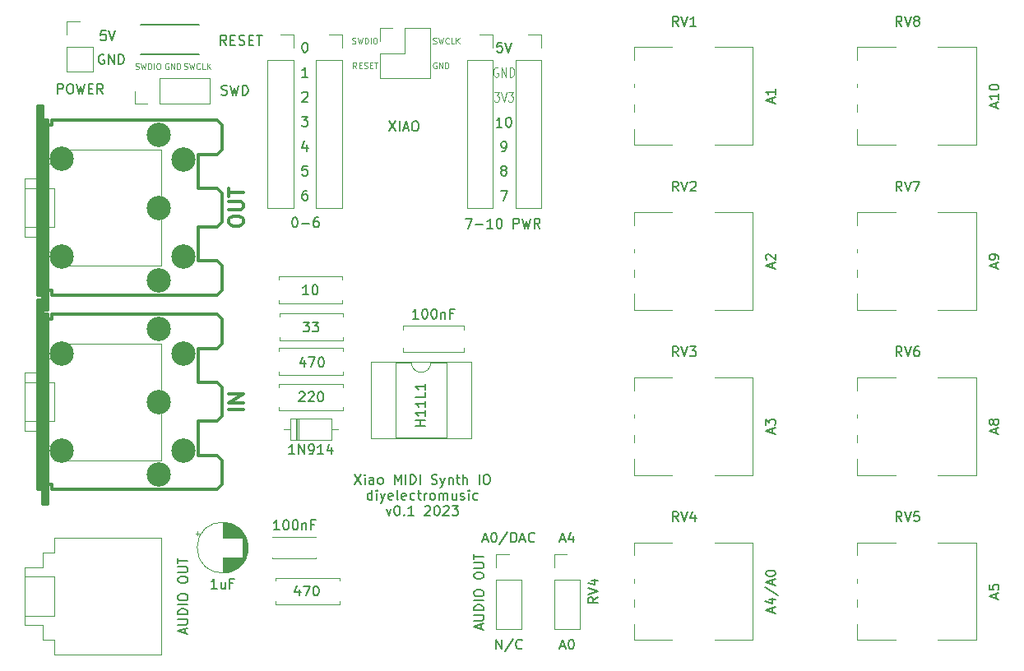
<source format=gbr>
%TF.GenerationSoftware,KiCad,Pcbnew,(6.0.5)*%
%TF.CreationDate,2023-03-15T22:14:50+00:00*%
%TF.ProjectId,XiaoSynthBoard,5869616f-5379-46e7-9468-426f6172642e,rev?*%
%TF.SameCoordinates,Original*%
%TF.FileFunction,Legend,Top*%
%TF.FilePolarity,Positive*%
%FSLAX46Y46*%
G04 Gerber Fmt 4.6, Leading zero omitted, Abs format (unit mm)*
G04 Created by KiCad (PCBNEW (6.0.5)) date 2023-03-15 22:14:50*
%MOMM*%
%LPD*%
G01*
G04 APERTURE LIST*
%ADD10C,0.150000*%
%ADD11C,0.100000*%
%ADD12C,0.304800*%
%ADD13C,0.152400*%
%ADD14C,0.120000*%
%ADD15C,0.127000*%
%ADD16C,2.499360*%
G04 APERTURE END LIST*
D10*
X148166666Y-111214285D02*
X148166666Y-110738095D01*
X148452380Y-111309523D02*
X147452380Y-110976190D01*
X148452380Y-110642857D01*
X147452380Y-109833333D02*
X147452380Y-110309523D01*
X147928571Y-110357142D01*
X147880952Y-110309523D01*
X147833333Y-110214285D01*
X147833333Y-109976190D01*
X147880952Y-109880952D01*
X147928571Y-109833333D01*
X148023809Y-109785714D01*
X148261904Y-109785714D01*
X148357142Y-109833333D01*
X148404761Y-109880952D01*
X148452380Y-109976190D01*
X148452380Y-110214285D01*
X148404761Y-110309523D01*
X148357142Y-110357142D01*
X148166666Y-60690476D02*
X148166666Y-60214285D01*
X148452380Y-60785714D02*
X147452380Y-60452380D01*
X148452380Y-60119047D01*
X148452380Y-59261904D02*
X148452380Y-59833333D01*
X148452380Y-59547619D02*
X147452380Y-59547619D01*
X147595238Y-59642857D01*
X147690476Y-59738095D01*
X147738095Y-59833333D01*
X147452380Y-58642857D02*
X147452380Y-58547619D01*
X147500000Y-58452380D01*
X147547619Y-58404761D01*
X147642857Y-58357142D01*
X147833333Y-58309523D01*
X148071428Y-58309523D01*
X148261904Y-58357142D01*
X148357142Y-58404761D01*
X148404761Y-58452380D01*
X148452380Y-58547619D01*
X148452380Y-58642857D01*
X148404761Y-58738095D01*
X148357142Y-58785714D01*
X148261904Y-58833333D01*
X148071428Y-58880952D01*
X147833333Y-58880952D01*
X147642857Y-58833333D01*
X147547619Y-58785714D01*
X147500000Y-58738095D01*
X147452380Y-58642857D01*
X148166666Y-77214285D02*
X148166666Y-76738095D01*
X148452380Y-77309523D02*
X147452380Y-76976190D01*
X148452380Y-76642857D01*
X148452380Y-76261904D02*
X148452380Y-76071428D01*
X148404761Y-75976190D01*
X148357142Y-75928571D01*
X148214285Y-75833333D01*
X148023809Y-75785714D01*
X147642857Y-75785714D01*
X147547619Y-75833333D01*
X147500000Y-75880952D01*
X147452380Y-75976190D01*
X147452380Y-76166666D01*
X147500000Y-76261904D01*
X147547619Y-76309523D01*
X147642857Y-76357142D01*
X147880952Y-76357142D01*
X147976190Y-76309523D01*
X148023809Y-76261904D01*
X148071428Y-76166666D01*
X148071428Y-75976190D01*
X148023809Y-75880952D01*
X147976190Y-75833333D01*
X147880952Y-75785714D01*
X148166666Y-94214285D02*
X148166666Y-93738095D01*
X148452380Y-94309523D02*
X147452380Y-93976190D01*
X148452380Y-93642857D01*
X147880952Y-93166666D02*
X147833333Y-93261904D01*
X147785714Y-93309523D01*
X147690476Y-93357142D01*
X147642857Y-93357142D01*
X147547619Y-93309523D01*
X147500000Y-93261904D01*
X147452380Y-93166666D01*
X147452380Y-92976190D01*
X147500000Y-92880952D01*
X147547619Y-92833333D01*
X147642857Y-92785714D01*
X147690476Y-92785714D01*
X147785714Y-92833333D01*
X147833333Y-92880952D01*
X147880952Y-92976190D01*
X147880952Y-93166666D01*
X147928571Y-93261904D01*
X147976190Y-93309523D01*
X148071428Y-93357142D01*
X148261904Y-93357142D01*
X148357142Y-93309523D01*
X148404761Y-93261904D01*
X148452380Y-93166666D01*
X148452380Y-92976190D01*
X148404761Y-92880952D01*
X148357142Y-92833333D01*
X148261904Y-92785714D01*
X148071428Y-92785714D01*
X147976190Y-92833333D01*
X147928571Y-92880952D01*
X147880952Y-92976190D01*
X125166666Y-112642857D02*
X125166666Y-112166666D01*
X125452380Y-112738095D02*
X124452380Y-112404761D01*
X125452380Y-112071428D01*
X124785714Y-111309523D02*
X125452380Y-111309523D01*
X124404761Y-111547619D02*
X125119047Y-111785714D01*
X125119047Y-111166666D01*
X124404761Y-110071428D02*
X125690476Y-110928571D01*
X125166666Y-109785714D02*
X125166666Y-109309523D01*
X125452380Y-109880952D02*
X124452380Y-109547619D01*
X125452380Y-109214285D01*
X124452380Y-108690476D02*
X124452380Y-108595238D01*
X124500000Y-108500000D01*
X124547619Y-108452380D01*
X124642857Y-108404761D01*
X124833333Y-108357142D01*
X125071428Y-108357142D01*
X125261904Y-108404761D01*
X125357142Y-108452380D01*
X125404761Y-108500000D01*
X125452380Y-108595238D01*
X125452380Y-108690476D01*
X125404761Y-108785714D01*
X125357142Y-108833333D01*
X125261904Y-108880952D01*
X125071428Y-108928571D01*
X124833333Y-108928571D01*
X124642857Y-108880952D01*
X124547619Y-108833333D01*
X124500000Y-108785714D01*
X124452380Y-108690476D01*
X125166666Y-94214285D02*
X125166666Y-93738095D01*
X125452380Y-94309523D02*
X124452380Y-93976190D01*
X125452380Y-93642857D01*
X124452380Y-93404761D02*
X124452380Y-92785714D01*
X124833333Y-93119047D01*
X124833333Y-92976190D01*
X124880952Y-92880952D01*
X124928571Y-92833333D01*
X125023809Y-92785714D01*
X125261904Y-92785714D01*
X125357142Y-92833333D01*
X125404761Y-92880952D01*
X125452380Y-92976190D01*
X125452380Y-93261904D01*
X125404761Y-93357142D01*
X125357142Y-93404761D01*
X125166666Y-77214285D02*
X125166666Y-76738095D01*
X125452380Y-77309523D02*
X124452380Y-76976190D01*
X125452380Y-76642857D01*
X124547619Y-76357142D02*
X124500000Y-76309523D01*
X124452380Y-76214285D01*
X124452380Y-75976190D01*
X124500000Y-75880952D01*
X124547619Y-75833333D01*
X124642857Y-75785714D01*
X124738095Y-75785714D01*
X124880952Y-75833333D01*
X125452380Y-76404761D01*
X125452380Y-75785714D01*
X125166666Y-60214285D02*
X125166666Y-59738095D01*
X125452380Y-60309523D02*
X124452380Y-59976190D01*
X125452380Y-59642857D01*
X125452380Y-58785714D02*
X125452380Y-59357142D01*
X125452380Y-59071428D02*
X124452380Y-59071428D01*
X124595238Y-59166666D01*
X124690476Y-59261904D01*
X124738095Y-59357142D01*
X82148809Y-98467380D02*
X82815476Y-99467380D01*
X82815476Y-98467380D02*
X82148809Y-99467380D01*
X83196428Y-99467380D02*
X83196428Y-98800714D01*
X83196428Y-98467380D02*
X83148809Y-98515000D01*
X83196428Y-98562619D01*
X83244047Y-98515000D01*
X83196428Y-98467380D01*
X83196428Y-98562619D01*
X84101190Y-99467380D02*
X84101190Y-98943571D01*
X84053571Y-98848333D01*
X83958333Y-98800714D01*
X83767857Y-98800714D01*
X83672619Y-98848333D01*
X84101190Y-99419761D02*
X84005952Y-99467380D01*
X83767857Y-99467380D01*
X83672619Y-99419761D01*
X83625000Y-99324523D01*
X83625000Y-99229285D01*
X83672619Y-99134047D01*
X83767857Y-99086428D01*
X84005952Y-99086428D01*
X84101190Y-99038809D01*
X84720238Y-99467380D02*
X84625000Y-99419761D01*
X84577380Y-99372142D01*
X84529761Y-99276904D01*
X84529761Y-98991190D01*
X84577380Y-98895952D01*
X84625000Y-98848333D01*
X84720238Y-98800714D01*
X84863095Y-98800714D01*
X84958333Y-98848333D01*
X85005952Y-98895952D01*
X85053571Y-98991190D01*
X85053571Y-99276904D01*
X85005952Y-99372142D01*
X84958333Y-99419761D01*
X84863095Y-99467380D01*
X84720238Y-99467380D01*
X86244047Y-99467380D02*
X86244047Y-98467380D01*
X86577380Y-99181666D01*
X86910714Y-98467380D01*
X86910714Y-99467380D01*
X87386904Y-99467380D02*
X87386904Y-98467380D01*
X87863095Y-99467380D02*
X87863095Y-98467380D01*
X88101190Y-98467380D01*
X88244047Y-98515000D01*
X88339285Y-98610238D01*
X88386904Y-98705476D01*
X88434523Y-98895952D01*
X88434523Y-99038809D01*
X88386904Y-99229285D01*
X88339285Y-99324523D01*
X88244047Y-99419761D01*
X88101190Y-99467380D01*
X87863095Y-99467380D01*
X88863095Y-99467380D02*
X88863095Y-98467380D01*
X90053571Y-99419761D02*
X90196428Y-99467380D01*
X90434523Y-99467380D01*
X90529761Y-99419761D01*
X90577380Y-99372142D01*
X90625000Y-99276904D01*
X90625000Y-99181666D01*
X90577380Y-99086428D01*
X90529761Y-99038809D01*
X90434523Y-98991190D01*
X90244047Y-98943571D01*
X90148809Y-98895952D01*
X90101190Y-98848333D01*
X90053571Y-98753095D01*
X90053571Y-98657857D01*
X90101190Y-98562619D01*
X90148809Y-98515000D01*
X90244047Y-98467380D01*
X90482142Y-98467380D01*
X90625000Y-98515000D01*
X90958333Y-98800714D02*
X91196428Y-99467380D01*
X91434523Y-98800714D02*
X91196428Y-99467380D01*
X91101190Y-99705476D01*
X91053571Y-99753095D01*
X90958333Y-99800714D01*
X91815476Y-98800714D02*
X91815476Y-99467380D01*
X91815476Y-98895952D02*
X91863095Y-98848333D01*
X91958333Y-98800714D01*
X92101190Y-98800714D01*
X92196428Y-98848333D01*
X92244047Y-98943571D01*
X92244047Y-99467380D01*
X92577380Y-98800714D02*
X92958333Y-98800714D01*
X92720238Y-98467380D02*
X92720238Y-99324523D01*
X92767857Y-99419761D01*
X92863095Y-99467380D01*
X92958333Y-99467380D01*
X93291666Y-99467380D02*
X93291666Y-98467380D01*
X93720238Y-99467380D02*
X93720238Y-98943571D01*
X93672619Y-98848333D01*
X93577380Y-98800714D01*
X93434523Y-98800714D01*
X93339285Y-98848333D01*
X93291666Y-98895952D01*
X94958333Y-99467380D02*
X94958333Y-98467380D01*
X95625000Y-98467380D02*
X95815476Y-98467380D01*
X95910714Y-98515000D01*
X96005952Y-98610238D01*
X96053571Y-98800714D01*
X96053571Y-99134047D01*
X96005952Y-99324523D01*
X95910714Y-99419761D01*
X95815476Y-99467380D01*
X95625000Y-99467380D01*
X95529761Y-99419761D01*
X95434523Y-99324523D01*
X95386904Y-99134047D01*
X95386904Y-98800714D01*
X95434523Y-98610238D01*
X95529761Y-98515000D01*
X95625000Y-98467380D01*
X83934523Y-101077380D02*
X83934523Y-100077380D01*
X83934523Y-101029761D02*
X83839285Y-101077380D01*
X83648809Y-101077380D01*
X83553571Y-101029761D01*
X83505952Y-100982142D01*
X83458333Y-100886904D01*
X83458333Y-100601190D01*
X83505952Y-100505952D01*
X83553571Y-100458333D01*
X83648809Y-100410714D01*
X83839285Y-100410714D01*
X83934523Y-100458333D01*
X84410714Y-101077380D02*
X84410714Y-100410714D01*
X84410714Y-100077380D02*
X84363095Y-100125000D01*
X84410714Y-100172619D01*
X84458333Y-100125000D01*
X84410714Y-100077380D01*
X84410714Y-100172619D01*
X84791666Y-100410714D02*
X85029761Y-101077380D01*
X85267857Y-100410714D02*
X85029761Y-101077380D01*
X84934523Y-101315476D01*
X84886904Y-101363095D01*
X84791666Y-101410714D01*
X86029761Y-101029761D02*
X85934523Y-101077380D01*
X85744047Y-101077380D01*
X85648809Y-101029761D01*
X85601190Y-100934523D01*
X85601190Y-100553571D01*
X85648809Y-100458333D01*
X85744047Y-100410714D01*
X85934523Y-100410714D01*
X86029761Y-100458333D01*
X86077380Y-100553571D01*
X86077380Y-100648809D01*
X85601190Y-100744047D01*
X86648809Y-101077380D02*
X86553571Y-101029761D01*
X86505952Y-100934523D01*
X86505952Y-100077380D01*
X87410714Y-101029761D02*
X87315476Y-101077380D01*
X87125000Y-101077380D01*
X87029761Y-101029761D01*
X86982142Y-100934523D01*
X86982142Y-100553571D01*
X87029761Y-100458333D01*
X87125000Y-100410714D01*
X87315476Y-100410714D01*
X87410714Y-100458333D01*
X87458333Y-100553571D01*
X87458333Y-100648809D01*
X86982142Y-100744047D01*
X88315476Y-101029761D02*
X88220238Y-101077380D01*
X88029761Y-101077380D01*
X87934523Y-101029761D01*
X87886904Y-100982142D01*
X87839285Y-100886904D01*
X87839285Y-100601190D01*
X87886904Y-100505952D01*
X87934523Y-100458333D01*
X88029761Y-100410714D01*
X88220238Y-100410714D01*
X88315476Y-100458333D01*
X88601190Y-100410714D02*
X88982142Y-100410714D01*
X88744047Y-100077380D02*
X88744047Y-100934523D01*
X88791666Y-101029761D01*
X88886904Y-101077380D01*
X88982142Y-101077380D01*
X89315476Y-101077380D02*
X89315476Y-100410714D01*
X89315476Y-100601190D02*
X89363095Y-100505952D01*
X89410714Y-100458333D01*
X89505952Y-100410714D01*
X89601190Y-100410714D01*
X90077380Y-101077380D02*
X89982142Y-101029761D01*
X89934523Y-100982142D01*
X89886904Y-100886904D01*
X89886904Y-100601190D01*
X89934523Y-100505952D01*
X89982142Y-100458333D01*
X90077380Y-100410714D01*
X90220238Y-100410714D01*
X90315476Y-100458333D01*
X90363095Y-100505952D01*
X90410714Y-100601190D01*
X90410714Y-100886904D01*
X90363095Y-100982142D01*
X90315476Y-101029761D01*
X90220238Y-101077380D01*
X90077380Y-101077380D01*
X90839285Y-101077380D02*
X90839285Y-100410714D01*
X90839285Y-100505952D02*
X90886904Y-100458333D01*
X90982142Y-100410714D01*
X91125000Y-100410714D01*
X91220238Y-100458333D01*
X91267857Y-100553571D01*
X91267857Y-101077380D01*
X91267857Y-100553571D02*
X91315476Y-100458333D01*
X91410714Y-100410714D01*
X91553571Y-100410714D01*
X91648809Y-100458333D01*
X91696428Y-100553571D01*
X91696428Y-101077380D01*
X92601190Y-100410714D02*
X92601190Y-101077380D01*
X92172619Y-100410714D02*
X92172619Y-100934523D01*
X92220238Y-101029761D01*
X92315476Y-101077380D01*
X92458333Y-101077380D01*
X92553571Y-101029761D01*
X92601190Y-100982142D01*
X93029761Y-101029761D02*
X93125000Y-101077380D01*
X93315476Y-101077380D01*
X93410714Y-101029761D01*
X93458333Y-100934523D01*
X93458333Y-100886904D01*
X93410714Y-100791666D01*
X93315476Y-100744047D01*
X93172619Y-100744047D01*
X93077380Y-100696428D01*
X93029761Y-100601190D01*
X93029761Y-100553571D01*
X93077380Y-100458333D01*
X93172619Y-100410714D01*
X93315476Y-100410714D01*
X93410714Y-100458333D01*
X93886904Y-101077380D02*
X93886904Y-100410714D01*
X93886904Y-100077380D02*
X93839285Y-100125000D01*
X93886904Y-100172619D01*
X93934523Y-100125000D01*
X93886904Y-100077380D01*
X93886904Y-100172619D01*
X94791666Y-101029761D02*
X94696428Y-101077380D01*
X94505952Y-101077380D01*
X94410714Y-101029761D01*
X94363095Y-100982142D01*
X94315476Y-100886904D01*
X94315476Y-100601190D01*
X94363095Y-100505952D01*
X94410714Y-100458333D01*
X94505952Y-100410714D01*
X94696428Y-100410714D01*
X94791666Y-100458333D01*
X85410714Y-102020714D02*
X85648809Y-102687380D01*
X85886904Y-102020714D01*
X86458333Y-101687380D02*
X86553571Y-101687380D01*
X86648809Y-101735000D01*
X86696428Y-101782619D01*
X86744047Y-101877857D01*
X86791666Y-102068333D01*
X86791666Y-102306428D01*
X86744047Y-102496904D01*
X86696428Y-102592142D01*
X86648809Y-102639761D01*
X86553571Y-102687380D01*
X86458333Y-102687380D01*
X86363095Y-102639761D01*
X86315476Y-102592142D01*
X86267857Y-102496904D01*
X86220238Y-102306428D01*
X86220238Y-102068333D01*
X86267857Y-101877857D01*
X86315476Y-101782619D01*
X86363095Y-101735000D01*
X86458333Y-101687380D01*
X87220238Y-102592142D02*
X87267857Y-102639761D01*
X87220238Y-102687380D01*
X87172619Y-102639761D01*
X87220238Y-102592142D01*
X87220238Y-102687380D01*
X88220238Y-102687380D02*
X87648809Y-102687380D01*
X87934523Y-102687380D02*
X87934523Y-101687380D01*
X87839285Y-101830238D01*
X87744047Y-101925476D01*
X87648809Y-101973095D01*
X89363095Y-101782619D02*
X89410714Y-101735000D01*
X89505952Y-101687380D01*
X89744047Y-101687380D01*
X89839285Y-101735000D01*
X89886904Y-101782619D01*
X89934523Y-101877857D01*
X89934523Y-101973095D01*
X89886904Y-102115952D01*
X89315476Y-102687380D01*
X89934523Y-102687380D01*
X90553571Y-101687380D02*
X90648809Y-101687380D01*
X90744047Y-101735000D01*
X90791666Y-101782619D01*
X90839285Y-101877857D01*
X90886904Y-102068333D01*
X90886904Y-102306428D01*
X90839285Y-102496904D01*
X90791666Y-102592142D01*
X90744047Y-102639761D01*
X90648809Y-102687380D01*
X90553571Y-102687380D01*
X90458333Y-102639761D01*
X90410714Y-102592142D01*
X90363095Y-102496904D01*
X90315476Y-102306428D01*
X90315476Y-102068333D01*
X90363095Y-101877857D01*
X90410714Y-101782619D01*
X90458333Y-101735000D01*
X90553571Y-101687380D01*
X91267857Y-101782619D02*
X91315476Y-101735000D01*
X91410714Y-101687380D01*
X91648809Y-101687380D01*
X91744047Y-101735000D01*
X91791666Y-101782619D01*
X91839285Y-101877857D01*
X91839285Y-101973095D01*
X91791666Y-102115952D01*
X91220238Y-102687380D01*
X91839285Y-102687380D01*
X92172619Y-101687380D02*
X92791666Y-101687380D01*
X92458333Y-102068333D01*
X92601190Y-102068333D01*
X92696428Y-102115952D01*
X92744047Y-102163571D01*
X92791666Y-102258809D01*
X92791666Y-102496904D01*
X92744047Y-102592142D01*
X92696428Y-102639761D01*
X92601190Y-102687380D01*
X92315476Y-102687380D01*
X92220238Y-102639761D01*
X92172619Y-102592142D01*
X103285714Y-116166666D02*
X103761904Y-116166666D01*
X103190476Y-116452380D02*
X103523809Y-115452380D01*
X103857142Y-116452380D01*
X104380952Y-115452380D02*
X104476190Y-115452380D01*
X104571428Y-115500000D01*
X104619047Y-115547619D01*
X104666666Y-115642857D01*
X104714285Y-115833333D01*
X104714285Y-116071428D01*
X104666666Y-116261904D01*
X104619047Y-116357142D01*
X104571428Y-116404761D01*
X104476190Y-116452380D01*
X104380952Y-116452380D01*
X104285714Y-116404761D01*
X104238095Y-116357142D01*
X104190476Y-116261904D01*
X104142857Y-116071428D01*
X104142857Y-115833333D01*
X104190476Y-115642857D01*
X104238095Y-115547619D01*
X104285714Y-115500000D01*
X104380952Y-115452380D01*
X103285714Y-105166666D02*
X103761904Y-105166666D01*
X103190476Y-105452380D02*
X103523809Y-104452380D01*
X103857142Y-105452380D01*
X104619047Y-104785714D02*
X104619047Y-105452380D01*
X104380952Y-104404761D02*
X104142857Y-105119047D01*
X104761904Y-105119047D01*
X96690476Y-116452380D02*
X96690476Y-115452380D01*
X97261904Y-116452380D01*
X97261904Y-115452380D01*
X98452380Y-115404761D02*
X97595238Y-116690476D01*
X99357142Y-116357142D02*
X99309523Y-116404761D01*
X99166666Y-116452380D01*
X99071428Y-116452380D01*
X98928571Y-116404761D01*
X98833333Y-116309523D01*
X98785714Y-116214285D01*
X98738095Y-116023809D01*
X98738095Y-115880952D01*
X98785714Y-115690476D01*
X98833333Y-115595238D01*
X98928571Y-115500000D01*
X99071428Y-115452380D01*
X99166666Y-115452380D01*
X99309523Y-115500000D01*
X99357142Y-115547619D01*
X95333333Y-105166666D02*
X95809523Y-105166666D01*
X95238095Y-105452380D02*
X95571428Y-104452380D01*
X95904761Y-105452380D01*
X96428571Y-104452380D02*
X96523809Y-104452380D01*
X96619047Y-104500000D01*
X96666666Y-104547619D01*
X96714285Y-104642857D01*
X96761904Y-104833333D01*
X96761904Y-105071428D01*
X96714285Y-105261904D01*
X96666666Y-105357142D01*
X96619047Y-105404761D01*
X96523809Y-105452380D01*
X96428571Y-105452380D01*
X96333333Y-105404761D01*
X96285714Y-105357142D01*
X96238095Y-105261904D01*
X96190476Y-105071428D01*
X96190476Y-104833333D01*
X96238095Y-104642857D01*
X96285714Y-104547619D01*
X96333333Y-104500000D01*
X96428571Y-104452380D01*
X97904761Y-104404761D02*
X97047619Y-105690476D01*
X98238095Y-105452380D02*
X98238095Y-104452380D01*
X98476190Y-104452380D01*
X98619047Y-104500000D01*
X98714285Y-104595238D01*
X98761904Y-104690476D01*
X98809523Y-104880952D01*
X98809523Y-105023809D01*
X98761904Y-105214285D01*
X98714285Y-105309523D01*
X98619047Y-105404761D01*
X98476190Y-105452380D01*
X98238095Y-105452380D01*
X99190476Y-105166666D02*
X99666666Y-105166666D01*
X99095238Y-105452380D02*
X99428571Y-104452380D01*
X99761904Y-105452380D01*
X100666666Y-105357142D02*
X100619047Y-105404761D01*
X100476190Y-105452380D01*
X100380952Y-105452380D01*
X100238095Y-105404761D01*
X100142857Y-105309523D01*
X100095238Y-105214285D01*
X100047619Y-105023809D01*
X100047619Y-104880952D01*
X100095238Y-104690476D01*
X100142857Y-104595238D01*
X100238095Y-104500000D01*
X100380952Y-104452380D01*
X100476190Y-104452380D01*
X100619047Y-104500000D01*
X100666666Y-104547619D01*
X76739285Y-59177619D02*
X76786904Y-59130000D01*
X76882142Y-59082380D01*
X77120238Y-59082380D01*
X77215476Y-59130000D01*
X77263095Y-59177619D01*
X77310714Y-59272857D01*
X77310714Y-59368095D01*
X77263095Y-59510952D01*
X76691666Y-60082380D01*
X77310714Y-60082380D01*
X77215476Y-64495714D02*
X77215476Y-65162380D01*
X76977380Y-64114761D02*
X76739285Y-64829047D01*
X77358333Y-64829047D01*
X97309523Y-65202380D02*
X97500000Y-65202380D01*
X97595238Y-65154761D01*
X97642857Y-65107142D01*
X97738095Y-64964285D01*
X97785714Y-64773809D01*
X97785714Y-64392857D01*
X97738095Y-64297619D01*
X97690476Y-64250000D01*
X97595238Y-64202380D01*
X97404761Y-64202380D01*
X97309523Y-64250000D01*
X97261904Y-64297619D01*
X97214285Y-64392857D01*
X97214285Y-64630952D01*
X97261904Y-64726190D01*
X97309523Y-64773809D01*
X97404761Y-64821428D01*
X97595238Y-64821428D01*
X97690476Y-64773809D01*
X97738095Y-64726190D01*
X97785714Y-64630952D01*
D11*
X81902857Y-54092857D02*
X81988571Y-54121428D01*
X82131428Y-54121428D01*
X82188571Y-54092857D01*
X82217142Y-54064285D01*
X82245714Y-54007142D01*
X82245714Y-53950000D01*
X82217142Y-53892857D01*
X82188571Y-53864285D01*
X82131428Y-53835714D01*
X82017142Y-53807142D01*
X81960000Y-53778571D01*
X81931428Y-53750000D01*
X81902857Y-53692857D01*
X81902857Y-53635714D01*
X81931428Y-53578571D01*
X81960000Y-53550000D01*
X82017142Y-53521428D01*
X82160000Y-53521428D01*
X82245714Y-53550000D01*
X82445714Y-53521428D02*
X82588571Y-54121428D01*
X82702857Y-53692857D01*
X82817142Y-54121428D01*
X82960000Y-53521428D01*
X83188571Y-54121428D02*
X83188571Y-53521428D01*
X83331428Y-53521428D01*
X83417142Y-53550000D01*
X83474285Y-53607142D01*
X83502857Y-53664285D01*
X83531428Y-53778571D01*
X83531428Y-53864285D01*
X83502857Y-53978571D01*
X83474285Y-54035714D01*
X83417142Y-54092857D01*
X83331428Y-54121428D01*
X83188571Y-54121428D01*
X83788571Y-54121428D02*
X83788571Y-53521428D01*
X84188571Y-53521428D02*
X84302857Y-53521428D01*
X84360000Y-53550000D01*
X84417142Y-53607142D01*
X84445714Y-53721428D01*
X84445714Y-53921428D01*
X84417142Y-54035714D01*
X84360000Y-54092857D01*
X84302857Y-54121428D01*
X84188571Y-54121428D01*
X84131428Y-54092857D01*
X84074285Y-54035714D01*
X84045714Y-53921428D01*
X84045714Y-53721428D01*
X84074285Y-53607142D01*
X84131428Y-53550000D01*
X84188571Y-53521428D01*
X96890476Y-56590000D02*
X96814285Y-56542380D01*
X96700000Y-56542380D01*
X96585714Y-56590000D01*
X96509523Y-56685238D01*
X96471428Y-56780476D01*
X96433333Y-56970952D01*
X96433333Y-57113809D01*
X96471428Y-57304285D01*
X96509523Y-57399523D01*
X96585714Y-57494761D01*
X96700000Y-57542380D01*
X96776190Y-57542380D01*
X96890476Y-57494761D01*
X96928571Y-57447142D01*
X96928571Y-57113809D01*
X96776190Y-57113809D01*
X97271428Y-57542380D02*
X97271428Y-56542380D01*
X97728571Y-57542380D01*
X97728571Y-56542380D01*
X98109523Y-57542380D02*
X98109523Y-56542380D01*
X98300000Y-56542380D01*
X98414285Y-56590000D01*
X98490476Y-56685238D01*
X98528571Y-56780476D01*
X98566666Y-56970952D01*
X98566666Y-57113809D01*
X98528571Y-57304285D01*
X98490476Y-57399523D01*
X98414285Y-57494761D01*
X98300000Y-57542380D01*
X98109523Y-57542380D01*
D10*
X97309523Y-62702380D02*
X96738095Y-62702380D01*
X97023809Y-62702380D02*
X97023809Y-61702380D01*
X96928571Y-61845238D01*
X96833333Y-61940476D01*
X96738095Y-61988095D01*
X97928571Y-61702380D02*
X98023809Y-61702380D01*
X98119047Y-61750000D01*
X98166666Y-61797619D01*
X98214285Y-61892857D01*
X98261904Y-62083333D01*
X98261904Y-62321428D01*
X98214285Y-62511904D01*
X98166666Y-62607142D01*
X98119047Y-62654761D01*
X98023809Y-62702380D01*
X97928571Y-62702380D01*
X97833333Y-62654761D01*
X97785714Y-62607142D01*
X97738095Y-62511904D01*
X97690476Y-62321428D01*
X97690476Y-62083333D01*
X97738095Y-61892857D01*
X97785714Y-61797619D01*
X97833333Y-61750000D01*
X97928571Y-61702380D01*
X97309523Y-54002380D02*
X96833333Y-54002380D01*
X96785714Y-54478571D01*
X96833333Y-54430952D01*
X96928571Y-54383333D01*
X97166666Y-54383333D01*
X97261904Y-54430952D01*
X97309523Y-54478571D01*
X97357142Y-54573809D01*
X97357142Y-54811904D01*
X97309523Y-54907142D01*
X97261904Y-54954761D01*
X97166666Y-55002380D01*
X96928571Y-55002380D01*
X96833333Y-54954761D01*
X96785714Y-54907142D01*
X97642857Y-54002380D02*
X97976190Y-55002380D01*
X98309523Y-54002380D01*
X77263095Y-66702380D02*
X76786904Y-66702380D01*
X76739285Y-67178571D01*
X76786904Y-67130952D01*
X76882142Y-67083333D01*
X77120238Y-67083333D01*
X77215476Y-67130952D01*
X77263095Y-67178571D01*
X77310714Y-67273809D01*
X77310714Y-67511904D01*
X77263095Y-67607142D01*
X77215476Y-67654761D01*
X77120238Y-67702380D01*
X76882142Y-67702380D01*
X76786904Y-67654761D01*
X76739285Y-67607142D01*
D11*
X90204285Y-54092857D02*
X90290000Y-54121428D01*
X90432857Y-54121428D01*
X90490000Y-54092857D01*
X90518571Y-54064285D01*
X90547142Y-54007142D01*
X90547142Y-53950000D01*
X90518571Y-53892857D01*
X90490000Y-53864285D01*
X90432857Y-53835714D01*
X90318571Y-53807142D01*
X90261428Y-53778571D01*
X90232857Y-53750000D01*
X90204285Y-53692857D01*
X90204285Y-53635714D01*
X90232857Y-53578571D01*
X90261428Y-53550000D01*
X90318571Y-53521428D01*
X90461428Y-53521428D01*
X90547142Y-53550000D01*
X90747142Y-53521428D02*
X90890000Y-54121428D01*
X91004285Y-53692857D01*
X91118571Y-54121428D01*
X91261428Y-53521428D01*
X91832857Y-54064285D02*
X91804285Y-54092857D01*
X91718571Y-54121428D01*
X91661428Y-54121428D01*
X91575714Y-54092857D01*
X91518571Y-54035714D01*
X91490000Y-53978571D01*
X91461428Y-53864285D01*
X91461428Y-53778571D01*
X91490000Y-53664285D01*
X91518571Y-53607142D01*
X91575714Y-53550000D01*
X91661428Y-53521428D01*
X91718571Y-53521428D01*
X91804285Y-53550000D01*
X91832857Y-53578571D01*
X92375714Y-54121428D02*
X92090000Y-54121428D01*
X92090000Y-53521428D01*
X92575714Y-54121428D02*
X92575714Y-53521428D01*
X92918571Y-54121428D02*
X92661428Y-53778571D01*
X92918571Y-53521428D02*
X92575714Y-53864285D01*
D10*
X77215476Y-69242380D02*
X77025000Y-69242380D01*
X76929761Y-69290000D01*
X76882142Y-69337619D01*
X76786904Y-69480476D01*
X76739285Y-69670952D01*
X76739285Y-70051904D01*
X76786904Y-70147142D01*
X76834523Y-70194761D01*
X76929761Y-70242380D01*
X77120238Y-70242380D01*
X77215476Y-70194761D01*
X77263095Y-70147142D01*
X77310714Y-70051904D01*
X77310714Y-69813809D01*
X77263095Y-69718571D01*
X77215476Y-69670952D01*
X77120238Y-69623333D01*
X76929761Y-69623333D01*
X76834523Y-69670952D01*
X76786904Y-69718571D01*
X76739285Y-69813809D01*
X97404761Y-67130952D02*
X97309523Y-67083333D01*
X97261904Y-67035714D01*
X97214285Y-66940476D01*
X97214285Y-66892857D01*
X97261904Y-66797619D01*
X97309523Y-66750000D01*
X97404761Y-66702380D01*
X97595238Y-66702380D01*
X97690476Y-66750000D01*
X97738095Y-66797619D01*
X97785714Y-66892857D01*
X97785714Y-66940476D01*
X97738095Y-67035714D01*
X97690476Y-67083333D01*
X97595238Y-67130952D01*
X97404761Y-67130952D01*
X97309523Y-67178571D01*
X97261904Y-67226190D01*
X97214285Y-67321428D01*
X97214285Y-67511904D01*
X97261904Y-67607142D01*
X97309523Y-67654761D01*
X97404761Y-67702380D01*
X97595238Y-67702380D01*
X97690476Y-67654761D01*
X97738095Y-67607142D01*
X97785714Y-67511904D01*
X97785714Y-67321428D01*
X97738095Y-67226190D01*
X97690476Y-67178571D01*
X97595238Y-67130952D01*
X97166666Y-69242380D02*
X97833333Y-69242380D01*
X97404761Y-70242380D01*
X85701190Y-62102380D02*
X86367857Y-63102380D01*
X86367857Y-62102380D02*
X85701190Y-63102380D01*
X86748809Y-63102380D02*
X86748809Y-62102380D01*
X87177380Y-62816666D02*
X87653571Y-62816666D01*
X87082142Y-63102380D02*
X87415476Y-62102380D01*
X87748809Y-63102380D01*
X88272619Y-62102380D02*
X88463095Y-62102380D01*
X88558333Y-62150000D01*
X88653571Y-62245238D01*
X88701190Y-62435714D01*
X88701190Y-62769047D01*
X88653571Y-62959523D01*
X88558333Y-63054761D01*
X88463095Y-63102380D01*
X88272619Y-63102380D01*
X88177380Y-63054761D01*
X88082142Y-62959523D01*
X88034523Y-62769047D01*
X88034523Y-62435714D01*
X88082142Y-62245238D01*
X88177380Y-62150000D01*
X88272619Y-62102380D01*
D11*
X90547142Y-56090000D02*
X90490000Y-56061428D01*
X90404285Y-56061428D01*
X90318571Y-56090000D01*
X90261428Y-56147142D01*
X90232857Y-56204285D01*
X90204285Y-56318571D01*
X90204285Y-56404285D01*
X90232857Y-56518571D01*
X90261428Y-56575714D01*
X90318571Y-56632857D01*
X90404285Y-56661428D01*
X90461428Y-56661428D01*
X90547142Y-56632857D01*
X90575714Y-56604285D01*
X90575714Y-56404285D01*
X90461428Y-56404285D01*
X90832857Y-56661428D02*
X90832857Y-56061428D01*
X91175714Y-56661428D01*
X91175714Y-56061428D01*
X91461428Y-56661428D02*
X91461428Y-56061428D01*
X91604285Y-56061428D01*
X91690000Y-56090000D01*
X91747142Y-56147142D01*
X91775714Y-56204285D01*
X91804285Y-56318571D01*
X91804285Y-56404285D01*
X91775714Y-56518571D01*
X91747142Y-56575714D01*
X91690000Y-56632857D01*
X91604285Y-56661428D01*
X91461428Y-56661428D01*
D10*
X76977380Y-54002380D02*
X77072619Y-54002380D01*
X77167857Y-54050000D01*
X77215476Y-54097619D01*
X77263095Y-54192857D01*
X77310714Y-54383333D01*
X77310714Y-54621428D01*
X77263095Y-54811904D01*
X77215476Y-54907142D01*
X77167857Y-54954761D01*
X77072619Y-55002380D01*
X76977380Y-55002380D01*
X76882142Y-54954761D01*
X76834523Y-54907142D01*
X76786904Y-54811904D01*
X76739285Y-54621428D01*
X76739285Y-54383333D01*
X76786904Y-54192857D01*
X76834523Y-54097619D01*
X76882142Y-54050000D01*
X76977380Y-54002380D01*
X77310714Y-57542380D02*
X76739285Y-57542380D01*
X77025000Y-57542380D02*
X77025000Y-56542380D01*
X76929761Y-56685238D01*
X76834523Y-56780476D01*
X76739285Y-56828095D01*
D11*
X96509523Y-59082380D02*
X97004761Y-59082380D01*
X96738095Y-59463333D01*
X96852380Y-59463333D01*
X96928571Y-59510952D01*
X96966666Y-59558571D01*
X97004761Y-59653809D01*
X97004761Y-59891904D01*
X96966666Y-59987142D01*
X96928571Y-60034761D01*
X96852380Y-60082380D01*
X96623809Y-60082380D01*
X96547619Y-60034761D01*
X96509523Y-59987142D01*
X97233333Y-59082380D02*
X97500000Y-60082380D01*
X97766666Y-59082380D01*
X97957142Y-59082380D02*
X98452380Y-59082380D01*
X98185714Y-59463333D01*
X98300000Y-59463333D01*
X98376190Y-59510952D01*
X98414285Y-59558571D01*
X98452380Y-59653809D01*
X98452380Y-59891904D01*
X98414285Y-59987142D01*
X98376190Y-60034761D01*
X98300000Y-60082380D01*
X98071428Y-60082380D01*
X97995238Y-60034761D01*
X97957142Y-59987142D01*
X82331428Y-56661428D02*
X82131428Y-56375714D01*
X81988571Y-56661428D02*
X81988571Y-56061428D01*
X82217142Y-56061428D01*
X82274285Y-56090000D01*
X82302857Y-56118571D01*
X82331428Y-56175714D01*
X82331428Y-56261428D01*
X82302857Y-56318571D01*
X82274285Y-56347142D01*
X82217142Y-56375714D01*
X81988571Y-56375714D01*
X82588571Y-56347142D02*
X82788571Y-56347142D01*
X82874285Y-56661428D02*
X82588571Y-56661428D01*
X82588571Y-56061428D01*
X82874285Y-56061428D01*
X83102857Y-56632857D02*
X83188571Y-56661428D01*
X83331428Y-56661428D01*
X83388571Y-56632857D01*
X83417142Y-56604285D01*
X83445714Y-56547142D01*
X83445714Y-56490000D01*
X83417142Y-56432857D01*
X83388571Y-56404285D01*
X83331428Y-56375714D01*
X83217142Y-56347142D01*
X83160000Y-56318571D01*
X83131428Y-56290000D01*
X83102857Y-56232857D01*
X83102857Y-56175714D01*
X83131428Y-56118571D01*
X83160000Y-56090000D01*
X83217142Y-56061428D01*
X83360000Y-56061428D01*
X83445714Y-56090000D01*
X83702857Y-56347142D02*
X83902857Y-56347142D01*
X83988571Y-56661428D02*
X83702857Y-56661428D01*
X83702857Y-56061428D01*
X83988571Y-56061428D01*
X84160000Y-56061428D02*
X84502857Y-56061428D01*
X84331428Y-56661428D02*
X84331428Y-56061428D01*
D10*
X76691666Y-61622380D02*
X77310714Y-61622380D01*
X76977380Y-62003333D01*
X77120238Y-62003333D01*
X77215476Y-62050952D01*
X77263095Y-62098571D01*
X77310714Y-62193809D01*
X77310714Y-62431904D01*
X77263095Y-62527142D01*
X77215476Y-62574761D01*
X77120238Y-62622380D01*
X76834523Y-62622380D01*
X76739285Y-62574761D01*
X76691666Y-62527142D01*
D11*
X59598571Y-56692857D02*
X59684285Y-56721428D01*
X59827142Y-56721428D01*
X59884285Y-56692857D01*
X59912857Y-56664285D01*
X59941428Y-56607142D01*
X59941428Y-56550000D01*
X59912857Y-56492857D01*
X59884285Y-56464285D01*
X59827142Y-56435714D01*
X59712857Y-56407142D01*
X59655714Y-56378571D01*
X59627142Y-56350000D01*
X59598571Y-56292857D01*
X59598571Y-56235714D01*
X59627142Y-56178571D01*
X59655714Y-56150000D01*
X59712857Y-56121428D01*
X59855714Y-56121428D01*
X59941428Y-56150000D01*
X60141428Y-56121428D02*
X60284285Y-56721428D01*
X60398571Y-56292857D01*
X60512857Y-56721428D01*
X60655714Y-56121428D01*
X60884285Y-56721428D02*
X60884285Y-56121428D01*
X61027142Y-56121428D01*
X61112857Y-56150000D01*
X61170000Y-56207142D01*
X61198571Y-56264285D01*
X61227142Y-56378571D01*
X61227142Y-56464285D01*
X61198571Y-56578571D01*
X61170000Y-56635714D01*
X61112857Y-56692857D01*
X61027142Y-56721428D01*
X60884285Y-56721428D01*
X61484285Y-56721428D02*
X61484285Y-56121428D01*
X61884285Y-56121428D02*
X61998571Y-56121428D01*
X62055714Y-56150000D01*
X62112857Y-56207142D01*
X62141428Y-56321428D01*
X62141428Y-56521428D01*
X62112857Y-56635714D01*
X62055714Y-56692857D01*
X61998571Y-56721428D01*
X61884285Y-56721428D01*
X61827142Y-56692857D01*
X61770000Y-56635714D01*
X61741428Y-56521428D01*
X61741428Y-56321428D01*
X61770000Y-56207142D01*
X61827142Y-56150000D01*
X61884285Y-56121428D01*
X62952857Y-56150000D02*
X62895714Y-56121428D01*
X62810000Y-56121428D01*
X62724285Y-56150000D01*
X62667142Y-56207142D01*
X62638571Y-56264285D01*
X62610000Y-56378571D01*
X62610000Y-56464285D01*
X62638571Y-56578571D01*
X62667142Y-56635714D01*
X62724285Y-56692857D01*
X62810000Y-56721428D01*
X62867142Y-56721428D01*
X62952857Y-56692857D01*
X62981428Y-56664285D01*
X62981428Y-56464285D01*
X62867142Y-56464285D01*
X63238571Y-56721428D02*
X63238571Y-56121428D01*
X63581428Y-56721428D01*
X63581428Y-56121428D01*
X63867142Y-56721428D02*
X63867142Y-56121428D01*
X64010000Y-56121428D01*
X64095714Y-56150000D01*
X64152857Y-56207142D01*
X64181428Y-56264285D01*
X64210000Y-56378571D01*
X64210000Y-56464285D01*
X64181428Y-56578571D01*
X64152857Y-56635714D01*
X64095714Y-56692857D01*
X64010000Y-56721428D01*
X63867142Y-56721428D01*
X64592857Y-56692857D02*
X64678571Y-56721428D01*
X64821428Y-56721428D01*
X64878571Y-56692857D01*
X64907142Y-56664285D01*
X64935714Y-56607142D01*
X64935714Y-56550000D01*
X64907142Y-56492857D01*
X64878571Y-56464285D01*
X64821428Y-56435714D01*
X64707142Y-56407142D01*
X64650000Y-56378571D01*
X64621428Y-56350000D01*
X64592857Y-56292857D01*
X64592857Y-56235714D01*
X64621428Y-56178571D01*
X64650000Y-56150000D01*
X64707142Y-56121428D01*
X64850000Y-56121428D01*
X64935714Y-56150000D01*
X65135714Y-56121428D02*
X65278571Y-56721428D01*
X65392857Y-56292857D01*
X65507142Y-56721428D01*
X65650000Y-56121428D01*
X66221428Y-56664285D02*
X66192857Y-56692857D01*
X66107142Y-56721428D01*
X66050000Y-56721428D01*
X65964285Y-56692857D01*
X65907142Y-56635714D01*
X65878571Y-56578571D01*
X65850000Y-56464285D01*
X65850000Y-56378571D01*
X65878571Y-56264285D01*
X65907142Y-56207142D01*
X65964285Y-56150000D01*
X66050000Y-56121428D01*
X66107142Y-56121428D01*
X66192857Y-56150000D01*
X66221428Y-56178571D01*
X66764285Y-56721428D02*
X66478571Y-56721428D01*
X66478571Y-56121428D01*
X66964285Y-56721428D02*
X66964285Y-56121428D01*
X67307142Y-56721428D02*
X67050000Y-56378571D01*
X67307142Y-56121428D02*
X66964285Y-56464285D01*
D10*
X56509523Y-52777380D02*
X56033333Y-52777380D01*
X55985714Y-53253571D01*
X56033333Y-53205952D01*
X56128571Y-53158333D01*
X56366666Y-53158333D01*
X56461904Y-53205952D01*
X56509523Y-53253571D01*
X56557142Y-53348809D01*
X56557142Y-53586904D01*
X56509523Y-53682142D01*
X56461904Y-53729761D01*
X56366666Y-53777380D01*
X56128571Y-53777380D01*
X56033333Y-53729761D01*
X55985714Y-53682142D01*
X56842857Y-52777380D02*
X57176190Y-53777380D01*
X57509523Y-52777380D01*
X56323095Y-55250000D02*
X56227857Y-55202380D01*
X56085000Y-55202380D01*
X55942142Y-55250000D01*
X55846904Y-55345238D01*
X55799285Y-55440476D01*
X55751666Y-55630952D01*
X55751666Y-55773809D01*
X55799285Y-55964285D01*
X55846904Y-56059523D01*
X55942142Y-56154761D01*
X56085000Y-56202380D01*
X56180238Y-56202380D01*
X56323095Y-56154761D01*
X56370714Y-56107142D01*
X56370714Y-55773809D01*
X56180238Y-55773809D01*
X56799285Y-56202380D02*
X56799285Y-55202380D01*
X57370714Y-56202380D01*
X57370714Y-55202380D01*
X57846904Y-56202380D02*
X57846904Y-55202380D01*
X58085000Y-55202380D01*
X58227857Y-55250000D01*
X58323095Y-55345238D01*
X58370714Y-55440476D01*
X58418333Y-55630952D01*
X58418333Y-55773809D01*
X58370714Y-55964285D01*
X58323095Y-56059523D01*
X58227857Y-56154761D01*
X58085000Y-56202380D01*
X57846904Y-56202380D01*
D12*
%TO.C,J4*%
X69166168Y-72524000D02*
X69166168Y-72233714D01*
X69238740Y-72088571D01*
X69383882Y-71943428D01*
X69674168Y-71870857D01*
X70182168Y-71870857D01*
X70472454Y-71943428D01*
X70617597Y-72088571D01*
X70690168Y-72233714D01*
X70690168Y-72524000D01*
X70617597Y-72669142D01*
X70472454Y-72814285D01*
X70182168Y-72886857D01*
X69674168Y-72886857D01*
X69383882Y-72814285D01*
X69238740Y-72669142D01*
X69166168Y-72524000D01*
X69166168Y-71217714D02*
X70399882Y-71217714D01*
X70545025Y-71145142D01*
X70617597Y-71072571D01*
X70690168Y-70927428D01*
X70690168Y-70637142D01*
X70617597Y-70492000D01*
X70545025Y-70419428D01*
X70399882Y-70346857D01*
X69166168Y-70346857D01*
X69166168Y-69838857D02*
X69166168Y-68968000D01*
X70690168Y-69403428D02*
X69166168Y-69403428D01*
D10*
%TO.C,J9*%
X68442857Y-59354761D02*
X68585714Y-59402380D01*
X68823809Y-59402380D01*
X68919047Y-59354761D01*
X68966666Y-59307142D01*
X69014285Y-59211904D01*
X69014285Y-59116666D01*
X68966666Y-59021428D01*
X68919047Y-58973809D01*
X68823809Y-58926190D01*
X68633333Y-58878571D01*
X68538095Y-58830952D01*
X68490476Y-58783333D01*
X68442857Y-58688095D01*
X68442857Y-58592857D01*
X68490476Y-58497619D01*
X68538095Y-58450000D01*
X68633333Y-58402380D01*
X68871428Y-58402380D01*
X69014285Y-58450000D01*
X69347619Y-58402380D02*
X69585714Y-59402380D01*
X69776190Y-58688095D01*
X69966666Y-59402380D01*
X70204761Y-58402380D01*
X70585714Y-59402380D02*
X70585714Y-58402380D01*
X70823809Y-58402380D01*
X70966666Y-58450000D01*
X71061904Y-58545238D01*
X71109523Y-58640476D01*
X71157142Y-58830952D01*
X71157142Y-58973809D01*
X71109523Y-59164285D01*
X71061904Y-59259523D01*
X70966666Y-59354761D01*
X70823809Y-59402380D01*
X70585714Y-59402380D01*
%TO.C,J14*%
X95141666Y-114408333D02*
X95141666Y-113932142D01*
X95427380Y-114503571D02*
X94427380Y-114170238D01*
X95427380Y-113836904D01*
X94427380Y-113503571D02*
X95236904Y-113503571D01*
X95332142Y-113455952D01*
X95379761Y-113408333D01*
X95427380Y-113313095D01*
X95427380Y-113122619D01*
X95379761Y-113027380D01*
X95332142Y-112979761D01*
X95236904Y-112932142D01*
X94427380Y-112932142D01*
X95427380Y-112455952D02*
X94427380Y-112455952D01*
X94427380Y-112217857D01*
X94475000Y-112075000D01*
X94570238Y-111979761D01*
X94665476Y-111932142D01*
X94855952Y-111884523D01*
X94998809Y-111884523D01*
X95189285Y-111932142D01*
X95284523Y-111979761D01*
X95379761Y-112075000D01*
X95427380Y-112217857D01*
X95427380Y-112455952D01*
X95427380Y-111455952D02*
X94427380Y-111455952D01*
X94427380Y-110789285D02*
X94427380Y-110598809D01*
X94475000Y-110503571D01*
X94570238Y-110408333D01*
X94760714Y-110360714D01*
X95094047Y-110360714D01*
X95284523Y-110408333D01*
X95379761Y-110503571D01*
X95427380Y-110598809D01*
X95427380Y-110789285D01*
X95379761Y-110884523D01*
X95284523Y-110979761D01*
X95094047Y-111027380D01*
X94760714Y-111027380D01*
X94570238Y-110979761D01*
X94475000Y-110884523D01*
X94427380Y-110789285D01*
X94427380Y-108979761D02*
X94427380Y-108789285D01*
X94475000Y-108694047D01*
X94570238Y-108598809D01*
X94760714Y-108551190D01*
X95094047Y-108551190D01*
X95284523Y-108598809D01*
X95379761Y-108694047D01*
X95427380Y-108789285D01*
X95427380Y-108979761D01*
X95379761Y-109075000D01*
X95284523Y-109170238D01*
X95094047Y-109217857D01*
X94760714Y-109217857D01*
X94570238Y-109170238D01*
X94475000Y-109075000D01*
X94427380Y-108979761D01*
X94427380Y-108122619D02*
X95236904Y-108122619D01*
X95332142Y-108075000D01*
X95379761Y-108027380D01*
X95427380Y-107932142D01*
X95427380Y-107741666D01*
X95379761Y-107646428D01*
X95332142Y-107598809D01*
X95236904Y-107551190D01*
X94427380Y-107551190D01*
X94427380Y-107217857D02*
X94427380Y-106646428D01*
X95427380Y-106932142D02*
X94427380Y-106932142D01*
%TO.C,J13*%
X107177380Y-111095238D02*
X106701190Y-111428571D01*
X107177380Y-111666666D02*
X106177380Y-111666666D01*
X106177380Y-111285714D01*
X106225000Y-111190476D01*
X106272619Y-111142857D01*
X106367857Y-111095238D01*
X106510714Y-111095238D01*
X106605952Y-111142857D01*
X106653571Y-111190476D01*
X106701190Y-111285714D01*
X106701190Y-111666666D01*
X106177380Y-110809523D02*
X107177380Y-110476190D01*
X106177380Y-110142857D01*
X106510714Y-109380952D02*
X107177380Y-109380952D01*
X106129761Y-109619047D02*
X106844047Y-109857142D01*
X106844047Y-109238095D01*
%TO.C,C1*%
X88702380Y-82427380D02*
X88130952Y-82427380D01*
X88416666Y-82427380D02*
X88416666Y-81427380D01*
X88321428Y-81570238D01*
X88226190Y-81665476D01*
X88130952Y-81713095D01*
X89321428Y-81427380D02*
X89416666Y-81427380D01*
X89511904Y-81475000D01*
X89559523Y-81522619D01*
X89607142Y-81617857D01*
X89654761Y-81808333D01*
X89654761Y-82046428D01*
X89607142Y-82236904D01*
X89559523Y-82332142D01*
X89511904Y-82379761D01*
X89416666Y-82427380D01*
X89321428Y-82427380D01*
X89226190Y-82379761D01*
X89178571Y-82332142D01*
X89130952Y-82236904D01*
X89083333Y-82046428D01*
X89083333Y-81808333D01*
X89130952Y-81617857D01*
X89178571Y-81522619D01*
X89226190Y-81475000D01*
X89321428Y-81427380D01*
X90273809Y-81427380D02*
X90369047Y-81427380D01*
X90464285Y-81475000D01*
X90511904Y-81522619D01*
X90559523Y-81617857D01*
X90607142Y-81808333D01*
X90607142Y-82046428D01*
X90559523Y-82236904D01*
X90511904Y-82332142D01*
X90464285Y-82379761D01*
X90369047Y-82427380D01*
X90273809Y-82427380D01*
X90178571Y-82379761D01*
X90130952Y-82332142D01*
X90083333Y-82236904D01*
X90035714Y-82046428D01*
X90035714Y-81808333D01*
X90083333Y-81617857D01*
X90130952Y-81522619D01*
X90178571Y-81475000D01*
X90273809Y-81427380D01*
X91035714Y-81760714D02*
X91035714Y-82427380D01*
X91035714Y-81855952D02*
X91083333Y-81808333D01*
X91178571Y-81760714D01*
X91321428Y-81760714D01*
X91416666Y-81808333D01*
X91464285Y-81903571D01*
X91464285Y-82427380D01*
X92273809Y-81903571D02*
X91940476Y-81903571D01*
X91940476Y-82427380D02*
X91940476Y-81427380D01*
X92416666Y-81427380D01*
%TO.C,R4*%
X76988095Y-86735714D02*
X76988095Y-87402380D01*
X76750000Y-86354761D02*
X76511904Y-87069047D01*
X77130952Y-87069047D01*
X77416666Y-86402380D02*
X78083333Y-86402380D01*
X77654761Y-87402380D01*
X78654761Y-86402380D02*
X78750000Y-86402380D01*
X78845238Y-86450000D01*
X78892857Y-86497619D01*
X78940476Y-86592857D01*
X78988095Y-86783333D01*
X78988095Y-87021428D01*
X78940476Y-87211904D01*
X78892857Y-87307142D01*
X78845238Y-87354761D01*
X78750000Y-87402380D01*
X78654761Y-87402380D01*
X78559523Y-87354761D01*
X78511904Y-87307142D01*
X78464285Y-87211904D01*
X78416666Y-87021428D01*
X78416666Y-86783333D01*
X78464285Y-86592857D01*
X78511904Y-86497619D01*
X78559523Y-86450000D01*
X78654761Y-86402380D01*
%TO.C,J7*%
X75932142Y-72002380D02*
X76027380Y-72002380D01*
X76122619Y-72050000D01*
X76170238Y-72097619D01*
X76217857Y-72192857D01*
X76265476Y-72383333D01*
X76265476Y-72621428D01*
X76217857Y-72811904D01*
X76170238Y-72907142D01*
X76122619Y-72954761D01*
X76027380Y-73002380D01*
X75932142Y-73002380D01*
X75836904Y-72954761D01*
X75789285Y-72907142D01*
X75741666Y-72811904D01*
X75694047Y-72621428D01*
X75694047Y-72383333D01*
X75741666Y-72192857D01*
X75789285Y-72097619D01*
X75836904Y-72050000D01*
X75932142Y-72002380D01*
X76694047Y-72621428D02*
X77455952Y-72621428D01*
X78360714Y-72002380D02*
X78170238Y-72002380D01*
X78075000Y-72050000D01*
X78027380Y-72097619D01*
X77932142Y-72240476D01*
X77884523Y-72430952D01*
X77884523Y-72811904D01*
X77932142Y-72907142D01*
X77979761Y-72954761D01*
X78075000Y-73002380D01*
X78265476Y-73002380D01*
X78360714Y-72954761D01*
X78408333Y-72907142D01*
X78455952Y-72811904D01*
X78455952Y-72573809D01*
X78408333Y-72478571D01*
X78360714Y-72430952D01*
X78265476Y-72383333D01*
X78075000Y-72383333D01*
X77979761Y-72430952D01*
X77932142Y-72478571D01*
X77884523Y-72573809D01*
%TO.C,RV2*%
X115454761Y-69302380D02*
X115121428Y-68826190D01*
X114883333Y-69302380D02*
X114883333Y-68302380D01*
X115264285Y-68302380D01*
X115359523Y-68350000D01*
X115407142Y-68397619D01*
X115454761Y-68492857D01*
X115454761Y-68635714D01*
X115407142Y-68730952D01*
X115359523Y-68778571D01*
X115264285Y-68826190D01*
X114883333Y-68826190D01*
X115740476Y-68302380D02*
X116073809Y-69302380D01*
X116407142Y-68302380D01*
X116692857Y-68397619D02*
X116740476Y-68350000D01*
X116835714Y-68302380D01*
X117073809Y-68302380D01*
X117169047Y-68350000D01*
X117216666Y-68397619D01*
X117264285Y-68492857D01*
X117264285Y-68588095D01*
X117216666Y-68730952D01*
X116645238Y-69302380D01*
X117264285Y-69302380D01*
%TO.C,RV4*%
X115454761Y-103302380D02*
X115121428Y-102826190D01*
X114883333Y-103302380D02*
X114883333Y-102302380D01*
X115264285Y-102302380D01*
X115359523Y-102350000D01*
X115407142Y-102397619D01*
X115454761Y-102492857D01*
X115454761Y-102635714D01*
X115407142Y-102730952D01*
X115359523Y-102778571D01*
X115264285Y-102826190D01*
X114883333Y-102826190D01*
X115740476Y-102302380D02*
X116073809Y-103302380D01*
X116407142Y-102302380D01*
X117169047Y-102635714D02*
X117169047Y-103302380D01*
X116930952Y-102254761D02*
X116692857Y-102969047D01*
X117311904Y-102969047D01*
%TO.C,J5*%
X51565476Y-59252380D02*
X51565476Y-58252380D01*
X51946428Y-58252380D01*
X52041666Y-58300000D01*
X52089285Y-58347619D01*
X52136904Y-58442857D01*
X52136904Y-58585714D01*
X52089285Y-58680952D01*
X52041666Y-58728571D01*
X51946428Y-58776190D01*
X51565476Y-58776190D01*
X52755952Y-58252380D02*
X52946428Y-58252380D01*
X53041666Y-58300000D01*
X53136904Y-58395238D01*
X53184523Y-58585714D01*
X53184523Y-58919047D01*
X53136904Y-59109523D01*
X53041666Y-59204761D01*
X52946428Y-59252380D01*
X52755952Y-59252380D01*
X52660714Y-59204761D01*
X52565476Y-59109523D01*
X52517857Y-58919047D01*
X52517857Y-58585714D01*
X52565476Y-58395238D01*
X52660714Y-58300000D01*
X52755952Y-58252380D01*
X53517857Y-58252380D02*
X53755952Y-59252380D01*
X53946428Y-58538095D01*
X54136904Y-59252380D01*
X54375000Y-58252380D01*
X54755952Y-58728571D02*
X55089285Y-58728571D01*
X55232142Y-59252380D02*
X54755952Y-59252380D01*
X54755952Y-58252380D01*
X55232142Y-58252380D01*
X56232142Y-59252380D02*
X55898809Y-58776190D01*
X55660714Y-59252380D02*
X55660714Y-58252380D01*
X56041666Y-58252380D01*
X56136904Y-58300000D01*
X56184523Y-58347619D01*
X56232142Y-58442857D01*
X56232142Y-58585714D01*
X56184523Y-58680952D01*
X56136904Y-58728571D01*
X56041666Y-58776190D01*
X55660714Y-58776190D01*
%TO.C,C2*%
X74402380Y-104152380D02*
X73830952Y-104152380D01*
X74116666Y-104152380D02*
X74116666Y-103152380D01*
X74021428Y-103295238D01*
X73926190Y-103390476D01*
X73830952Y-103438095D01*
X75021428Y-103152380D02*
X75116666Y-103152380D01*
X75211904Y-103200000D01*
X75259523Y-103247619D01*
X75307142Y-103342857D01*
X75354761Y-103533333D01*
X75354761Y-103771428D01*
X75307142Y-103961904D01*
X75259523Y-104057142D01*
X75211904Y-104104761D01*
X75116666Y-104152380D01*
X75021428Y-104152380D01*
X74926190Y-104104761D01*
X74878571Y-104057142D01*
X74830952Y-103961904D01*
X74783333Y-103771428D01*
X74783333Y-103533333D01*
X74830952Y-103342857D01*
X74878571Y-103247619D01*
X74926190Y-103200000D01*
X75021428Y-103152380D01*
X75973809Y-103152380D02*
X76069047Y-103152380D01*
X76164285Y-103200000D01*
X76211904Y-103247619D01*
X76259523Y-103342857D01*
X76307142Y-103533333D01*
X76307142Y-103771428D01*
X76259523Y-103961904D01*
X76211904Y-104057142D01*
X76164285Y-104104761D01*
X76069047Y-104152380D01*
X75973809Y-104152380D01*
X75878571Y-104104761D01*
X75830952Y-104057142D01*
X75783333Y-103961904D01*
X75735714Y-103771428D01*
X75735714Y-103533333D01*
X75783333Y-103342857D01*
X75830952Y-103247619D01*
X75878571Y-103200000D01*
X75973809Y-103152380D01*
X76735714Y-103485714D02*
X76735714Y-104152380D01*
X76735714Y-103580952D02*
X76783333Y-103533333D01*
X76878571Y-103485714D01*
X77021428Y-103485714D01*
X77116666Y-103533333D01*
X77164285Y-103628571D01*
X77164285Y-104152380D01*
X77973809Y-103628571D02*
X77640476Y-103628571D01*
X77640476Y-104152380D02*
X77640476Y-103152380D01*
X78116666Y-103152380D01*
%TO.C,U1*%
X89427380Y-93444047D02*
X88427380Y-93444047D01*
X88903571Y-93444047D02*
X88903571Y-92872619D01*
X89427380Y-92872619D02*
X88427380Y-92872619D01*
X89427380Y-91872619D02*
X89427380Y-92444047D01*
X89427380Y-92158333D02*
X88427380Y-92158333D01*
X88570238Y-92253571D01*
X88665476Y-92348809D01*
X88713095Y-92444047D01*
X89427380Y-90920238D02*
X89427380Y-91491666D01*
X89427380Y-91205952D02*
X88427380Y-91205952D01*
X88570238Y-91301190D01*
X88665476Y-91396428D01*
X88713095Y-91491666D01*
X89427380Y-90015476D02*
X89427380Y-90491666D01*
X88427380Y-90491666D01*
X89427380Y-89158333D02*
X89427380Y-89729761D01*
X89427380Y-89444047D02*
X88427380Y-89444047D01*
X88570238Y-89539285D01*
X88665476Y-89634523D01*
X88713095Y-89729761D01*
%TO.C,R1*%
X76436904Y-90047619D02*
X76484523Y-90000000D01*
X76579761Y-89952380D01*
X76817857Y-89952380D01*
X76913095Y-90000000D01*
X76960714Y-90047619D01*
X77008333Y-90142857D01*
X77008333Y-90238095D01*
X76960714Y-90380952D01*
X76389285Y-90952380D01*
X77008333Y-90952380D01*
X77389285Y-90047619D02*
X77436904Y-90000000D01*
X77532142Y-89952380D01*
X77770238Y-89952380D01*
X77865476Y-90000000D01*
X77913095Y-90047619D01*
X77960714Y-90142857D01*
X77960714Y-90238095D01*
X77913095Y-90380952D01*
X77341666Y-90952380D01*
X77960714Y-90952380D01*
X78579761Y-89952380D02*
X78675000Y-89952380D01*
X78770238Y-90000000D01*
X78817857Y-90047619D01*
X78865476Y-90142857D01*
X78913095Y-90333333D01*
X78913095Y-90571428D01*
X78865476Y-90761904D01*
X78817857Y-90857142D01*
X78770238Y-90904761D01*
X78675000Y-90952380D01*
X78579761Y-90952380D01*
X78484523Y-90904761D01*
X78436904Y-90857142D01*
X78389285Y-90761904D01*
X78341666Y-90571428D01*
X78341666Y-90333333D01*
X78389285Y-90142857D01*
X78436904Y-90047619D01*
X78484523Y-90000000D01*
X78579761Y-89952380D01*
%TO.C,C3*%
X67949649Y-110202380D02*
X67378221Y-110202380D01*
X67663935Y-110202380D02*
X67663935Y-109202380D01*
X67568697Y-109345238D01*
X67473459Y-109440476D01*
X67378221Y-109488095D01*
X68806792Y-109535714D02*
X68806792Y-110202380D01*
X68378221Y-109535714D02*
X68378221Y-110059523D01*
X68425840Y-110154761D01*
X68521078Y-110202380D01*
X68663935Y-110202380D01*
X68759173Y-110154761D01*
X68806792Y-110107142D01*
X69616316Y-109678571D02*
X69282983Y-109678571D01*
X69282983Y-110202380D02*
X69282983Y-109202380D01*
X69759173Y-109202380D01*
%TO.C,J12*%
X64666666Y-114833333D02*
X64666666Y-114357142D01*
X64952380Y-114928571D02*
X63952380Y-114595238D01*
X64952380Y-114261904D01*
X63952380Y-113928571D02*
X64761904Y-113928571D01*
X64857142Y-113880952D01*
X64904761Y-113833333D01*
X64952380Y-113738095D01*
X64952380Y-113547619D01*
X64904761Y-113452380D01*
X64857142Y-113404761D01*
X64761904Y-113357142D01*
X63952380Y-113357142D01*
X64952380Y-112880952D02*
X63952380Y-112880952D01*
X63952380Y-112642857D01*
X64000000Y-112500000D01*
X64095238Y-112404761D01*
X64190476Y-112357142D01*
X64380952Y-112309523D01*
X64523809Y-112309523D01*
X64714285Y-112357142D01*
X64809523Y-112404761D01*
X64904761Y-112500000D01*
X64952380Y-112642857D01*
X64952380Y-112880952D01*
X64952380Y-111880952D02*
X63952380Y-111880952D01*
X63952380Y-111214285D02*
X63952380Y-111023809D01*
X64000000Y-110928571D01*
X64095238Y-110833333D01*
X64285714Y-110785714D01*
X64619047Y-110785714D01*
X64809523Y-110833333D01*
X64904761Y-110928571D01*
X64952380Y-111023809D01*
X64952380Y-111214285D01*
X64904761Y-111309523D01*
X64809523Y-111404761D01*
X64619047Y-111452380D01*
X64285714Y-111452380D01*
X64095238Y-111404761D01*
X64000000Y-111309523D01*
X63952380Y-111214285D01*
X63952380Y-109404761D02*
X63952380Y-109214285D01*
X64000000Y-109119047D01*
X64095238Y-109023809D01*
X64285714Y-108976190D01*
X64619047Y-108976190D01*
X64809523Y-109023809D01*
X64904761Y-109119047D01*
X64952380Y-109214285D01*
X64952380Y-109404761D01*
X64904761Y-109500000D01*
X64809523Y-109595238D01*
X64619047Y-109642857D01*
X64285714Y-109642857D01*
X64095238Y-109595238D01*
X64000000Y-109500000D01*
X63952380Y-109404761D01*
X63952380Y-108547619D02*
X64761904Y-108547619D01*
X64857142Y-108500000D01*
X64904761Y-108452380D01*
X64952380Y-108357142D01*
X64952380Y-108166666D01*
X64904761Y-108071428D01*
X64857142Y-108023809D01*
X64761904Y-107976190D01*
X63952380Y-107976190D01*
X63952380Y-107642857D02*
X63952380Y-107071428D01*
X64952380Y-107357142D02*
X63952380Y-107357142D01*
%TO.C,RV7*%
X138454761Y-69302380D02*
X138121428Y-68826190D01*
X137883333Y-69302380D02*
X137883333Y-68302380D01*
X138264285Y-68302380D01*
X138359523Y-68350000D01*
X138407142Y-68397619D01*
X138454761Y-68492857D01*
X138454761Y-68635714D01*
X138407142Y-68730952D01*
X138359523Y-68778571D01*
X138264285Y-68826190D01*
X137883333Y-68826190D01*
X138740476Y-68302380D02*
X139073809Y-69302380D01*
X139407142Y-68302380D01*
X139645238Y-68302380D02*
X140311904Y-68302380D01*
X139883333Y-69302380D01*
%TO.C,R3*%
X77384523Y-79952380D02*
X76813095Y-79952380D01*
X77098809Y-79952380D02*
X77098809Y-78952380D01*
X77003571Y-79095238D01*
X76908333Y-79190476D01*
X76813095Y-79238095D01*
X78003571Y-78952380D02*
X78098809Y-78952380D01*
X78194047Y-79000000D01*
X78241666Y-79047619D01*
X78289285Y-79142857D01*
X78336904Y-79333333D01*
X78336904Y-79571428D01*
X78289285Y-79761904D01*
X78241666Y-79857142D01*
X78194047Y-79904761D01*
X78098809Y-79952380D01*
X78003571Y-79952380D01*
X77908333Y-79904761D01*
X77860714Y-79857142D01*
X77813095Y-79761904D01*
X77765476Y-79571428D01*
X77765476Y-79333333D01*
X77813095Y-79142857D01*
X77860714Y-79047619D01*
X77908333Y-79000000D01*
X78003571Y-78952380D01*
%TO.C,RV3*%
X115454761Y-86302380D02*
X115121428Y-85826190D01*
X114883333Y-86302380D02*
X114883333Y-85302380D01*
X115264285Y-85302380D01*
X115359523Y-85350000D01*
X115407142Y-85397619D01*
X115454761Y-85492857D01*
X115454761Y-85635714D01*
X115407142Y-85730952D01*
X115359523Y-85778571D01*
X115264285Y-85826190D01*
X114883333Y-85826190D01*
X115740476Y-85302380D02*
X116073809Y-86302380D01*
X116407142Y-85302380D01*
X116645238Y-85302380D02*
X117264285Y-85302380D01*
X116930952Y-85683333D01*
X117073809Y-85683333D01*
X117169047Y-85730952D01*
X117216666Y-85778571D01*
X117264285Y-85873809D01*
X117264285Y-86111904D01*
X117216666Y-86207142D01*
X117169047Y-86254761D01*
X117073809Y-86302380D01*
X116788095Y-86302380D01*
X116692857Y-86254761D01*
X116645238Y-86207142D01*
%TO.C,R2*%
X76840476Y-82777380D02*
X77459523Y-82777380D01*
X77126190Y-83158333D01*
X77269047Y-83158333D01*
X77364285Y-83205952D01*
X77411904Y-83253571D01*
X77459523Y-83348809D01*
X77459523Y-83586904D01*
X77411904Y-83682142D01*
X77364285Y-83729761D01*
X77269047Y-83777380D01*
X76983333Y-83777380D01*
X76888095Y-83729761D01*
X76840476Y-83682142D01*
X77792857Y-82777380D02*
X78411904Y-82777380D01*
X78078571Y-83158333D01*
X78221428Y-83158333D01*
X78316666Y-83205952D01*
X78364285Y-83253571D01*
X78411904Y-83348809D01*
X78411904Y-83586904D01*
X78364285Y-83682142D01*
X78316666Y-83729761D01*
X78221428Y-83777380D01*
X77935714Y-83777380D01*
X77840476Y-83729761D01*
X77792857Y-83682142D01*
D13*
%TO.C,SW1*%
X68924380Y-54259619D02*
X68585714Y-53775809D01*
X68343809Y-54259619D02*
X68343809Y-53243619D01*
X68730857Y-53243619D01*
X68827619Y-53292000D01*
X68876000Y-53340380D01*
X68924380Y-53437142D01*
X68924380Y-53582285D01*
X68876000Y-53679047D01*
X68827619Y-53727428D01*
X68730857Y-53775809D01*
X68343809Y-53775809D01*
X69359809Y-53727428D02*
X69698476Y-53727428D01*
X69843619Y-54259619D02*
X69359809Y-54259619D01*
X69359809Y-53243619D01*
X69843619Y-53243619D01*
X70230666Y-54211238D02*
X70375809Y-54259619D01*
X70617714Y-54259619D01*
X70714476Y-54211238D01*
X70762857Y-54162857D01*
X70811238Y-54066095D01*
X70811238Y-53969333D01*
X70762857Y-53872571D01*
X70714476Y-53824190D01*
X70617714Y-53775809D01*
X70424190Y-53727428D01*
X70327428Y-53679047D01*
X70279047Y-53630666D01*
X70230666Y-53533904D01*
X70230666Y-53437142D01*
X70279047Y-53340380D01*
X70327428Y-53292000D01*
X70424190Y-53243619D01*
X70666095Y-53243619D01*
X70811238Y-53292000D01*
X71246666Y-53727428D02*
X71585333Y-53727428D01*
X71730476Y-54259619D02*
X71246666Y-54259619D01*
X71246666Y-53243619D01*
X71730476Y-53243619D01*
X72020761Y-53243619D02*
X72601333Y-53243619D01*
X72311047Y-54259619D02*
X72311047Y-53243619D01*
D10*
%TO.C,R5*%
X76438095Y-110285714D02*
X76438095Y-110952380D01*
X76200000Y-109904761D02*
X75961904Y-110619047D01*
X76580952Y-110619047D01*
X76866666Y-109952380D02*
X77533333Y-109952380D01*
X77104761Y-110952380D01*
X78104761Y-109952380D02*
X78200000Y-109952380D01*
X78295238Y-110000000D01*
X78342857Y-110047619D01*
X78390476Y-110142857D01*
X78438095Y-110333333D01*
X78438095Y-110571428D01*
X78390476Y-110761904D01*
X78342857Y-110857142D01*
X78295238Y-110904761D01*
X78200000Y-110952380D01*
X78104761Y-110952380D01*
X78009523Y-110904761D01*
X77961904Y-110857142D01*
X77914285Y-110761904D01*
X77866666Y-110571428D01*
X77866666Y-110333333D01*
X77914285Y-110142857D01*
X77961904Y-110047619D01*
X78009523Y-110000000D01*
X78104761Y-109952380D01*
%TO.C,J10*%
X93542857Y-72127380D02*
X94209523Y-72127380D01*
X93780952Y-73127380D01*
X94590476Y-72746428D02*
X95352380Y-72746428D01*
X96352380Y-73127380D02*
X95780952Y-73127380D01*
X96066666Y-73127380D02*
X96066666Y-72127380D01*
X95971428Y-72270238D01*
X95876190Y-72365476D01*
X95780952Y-72413095D01*
X96971428Y-72127380D02*
X97066666Y-72127380D01*
X97161904Y-72175000D01*
X97209523Y-72222619D01*
X97257142Y-72317857D01*
X97304761Y-72508333D01*
X97304761Y-72746428D01*
X97257142Y-72936904D01*
X97209523Y-73032142D01*
X97161904Y-73079761D01*
X97066666Y-73127380D01*
X96971428Y-73127380D01*
X96876190Y-73079761D01*
X96828571Y-73032142D01*
X96780952Y-72936904D01*
X96733333Y-72746428D01*
X96733333Y-72508333D01*
X96780952Y-72317857D01*
X96828571Y-72222619D01*
X96876190Y-72175000D01*
X96971428Y-72127380D01*
X98495238Y-73127380D02*
X98495238Y-72127380D01*
X98876190Y-72127380D01*
X98971428Y-72175000D01*
X99019047Y-72222619D01*
X99066666Y-72317857D01*
X99066666Y-72460714D01*
X99019047Y-72555952D01*
X98971428Y-72603571D01*
X98876190Y-72651190D01*
X98495238Y-72651190D01*
X99400000Y-72127380D02*
X99638095Y-73127380D01*
X99828571Y-72413095D01*
X100019047Y-73127380D01*
X100257142Y-72127380D01*
X101209523Y-73127380D02*
X100876190Y-72651190D01*
X100638095Y-73127380D02*
X100638095Y-72127380D01*
X101019047Y-72127380D01*
X101114285Y-72175000D01*
X101161904Y-72222619D01*
X101209523Y-72317857D01*
X101209523Y-72460714D01*
X101161904Y-72555952D01*
X101114285Y-72603571D01*
X101019047Y-72651190D01*
X100638095Y-72651190D01*
%TO.C,D1*%
X75958333Y-96372380D02*
X75386904Y-96372380D01*
X75672619Y-96372380D02*
X75672619Y-95372380D01*
X75577380Y-95515238D01*
X75482142Y-95610476D01*
X75386904Y-95658095D01*
X76386904Y-96372380D02*
X76386904Y-95372380D01*
X76958333Y-96372380D01*
X76958333Y-95372380D01*
X77482142Y-96372380D02*
X77672619Y-96372380D01*
X77767857Y-96324761D01*
X77815476Y-96277142D01*
X77910714Y-96134285D01*
X77958333Y-95943809D01*
X77958333Y-95562857D01*
X77910714Y-95467619D01*
X77863095Y-95420000D01*
X77767857Y-95372380D01*
X77577380Y-95372380D01*
X77482142Y-95420000D01*
X77434523Y-95467619D01*
X77386904Y-95562857D01*
X77386904Y-95800952D01*
X77434523Y-95896190D01*
X77482142Y-95943809D01*
X77577380Y-95991428D01*
X77767857Y-95991428D01*
X77863095Y-95943809D01*
X77910714Y-95896190D01*
X77958333Y-95800952D01*
X78910714Y-96372380D02*
X78339285Y-96372380D01*
X78625000Y-96372380D02*
X78625000Y-95372380D01*
X78529761Y-95515238D01*
X78434523Y-95610476D01*
X78339285Y-95658095D01*
X79767857Y-95705714D02*
X79767857Y-96372380D01*
X79529761Y-95324761D02*
X79291666Y-96039047D01*
X79910714Y-96039047D01*
%TO.C,RV8*%
X138454761Y-52302380D02*
X138121428Y-51826190D01*
X137883333Y-52302380D02*
X137883333Y-51302380D01*
X138264285Y-51302380D01*
X138359523Y-51350000D01*
X138407142Y-51397619D01*
X138454761Y-51492857D01*
X138454761Y-51635714D01*
X138407142Y-51730952D01*
X138359523Y-51778571D01*
X138264285Y-51826190D01*
X137883333Y-51826190D01*
X138740476Y-51302380D02*
X139073809Y-52302380D01*
X139407142Y-51302380D01*
X139883333Y-51730952D02*
X139788095Y-51683333D01*
X139740476Y-51635714D01*
X139692857Y-51540476D01*
X139692857Y-51492857D01*
X139740476Y-51397619D01*
X139788095Y-51350000D01*
X139883333Y-51302380D01*
X140073809Y-51302380D01*
X140169047Y-51350000D01*
X140216666Y-51397619D01*
X140264285Y-51492857D01*
X140264285Y-51540476D01*
X140216666Y-51635714D01*
X140169047Y-51683333D01*
X140073809Y-51730952D01*
X139883333Y-51730952D01*
X139788095Y-51778571D01*
X139740476Y-51826190D01*
X139692857Y-51921428D01*
X139692857Y-52111904D01*
X139740476Y-52207142D01*
X139788095Y-52254761D01*
X139883333Y-52302380D01*
X140073809Y-52302380D01*
X140169047Y-52254761D01*
X140216666Y-52207142D01*
X140264285Y-52111904D01*
X140264285Y-51921428D01*
X140216666Y-51826190D01*
X140169047Y-51778571D01*
X140073809Y-51730952D01*
D12*
%TO.C,J3*%
X70690168Y-91798285D02*
X69166168Y-91798285D01*
X70690168Y-91072571D02*
X69166168Y-91072571D01*
X70690168Y-90201714D01*
X69166168Y-90201714D01*
D10*
%TO.C,RV5*%
X138454761Y-103302380D02*
X138121428Y-102826190D01*
X137883333Y-103302380D02*
X137883333Y-102302380D01*
X138264285Y-102302380D01*
X138359523Y-102350000D01*
X138407142Y-102397619D01*
X138454761Y-102492857D01*
X138454761Y-102635714D01*
X138407142Y-102730952D01*
X138359523Y-102778571D01*
X138264285Y-102826190D01*
X137883333Y-102826190D01*
X138740476Y-102302380D02*
X139073809Y-103302380D01*
X139407142Y-102302380D01*
X140216666Y-102302380D02*
X139740476Y-102302380D01*
X139692857Y-102778571D01*
X139740476Y-102730952D01*
X139835714Y-102683333D01*
X140073809Y-102683333D01*
X140169047Y-102730952D01*
X140216666Y-102778571D01*
X140264285Y-102873809D01*
X140264285Y-103111904D01*
X140216666Y-103207142D01*
X140169047Y-103254761D01*
X140073809Y-103302380D01*
X139835714Y-103302380D01*
X139740476Y-103254761D01*
X139692857Y-103207142D01*
%TO.C,RV6*%
X138454761Y-86302380D02*
X138121428Y-85826190D01*
X137883333Y-86302380D02*
X137883333Y-85302380D01*
X138264285Y-85302380D01*
X138359523Y-85350000D01*
X138407142Y-85397619D01*
X138454761Y-85492857D01*
X138454761Y-85635714D01*
X138407142Y-85730952D01*
X138359523Y-85778571D01*
X138264285Y-85826190D01*
X137883333Y-85826190D01*
X138740476Y-85302380D02*
X139073809Y-86302380D01*
X139407142Y-85302380D01*
X140169047Y-85302380D02*
X139978571Y-85302380D01*
X139883333Y-85350000D01*
X139835714Y-85397619D01*
X139740476Y-85540476D01*
X139692857Y-85730952D01*
X139692857Y-86111904D01*
X139740476Y-86207142D01*
X139788095Y-86254761D01*
X139883333Y-86302380D01*
X140073809Y-86302380D01*
X140169047Y-86254761D01*
X140216666Y-86207142D01*
X140264285Y-86111904D01*
X140264285Y-85873809D01*
X140216666Y-85778571D01*
X140169047Y-85730952D01*
X140073809Y-85683333D01*
X139883333Y-85683333D01*
X139788095Y-85730952D01*
X139740476Y-85778571D01*
X139692857Y-85873809D01*
%TO.C,RV1*%
X115454761Y-52302380D02*
X115121428Y-51826190D01*
X114883333Y-52302380D02*
X114883333Y-51302380D01*
X115264285Y-51302380D01*
X115359523Y-51350000D01*
X115407142Y-51397619D01*
X115454761Y-51492857D01*
X115454761Y-51635714D01*
X115407142Y-51730952D01*
X115359523Y-51778571D01*
X115264285Y-51826190D01*
X114883333Y-51826190D01*
X115740476Y-51302380D02*
X116073809Y-52302380D01*
X116407142Y-51302380D01*
X117264285Y-52302380D02*
X116692857Y-52302380D01*
X116978571Y-52302380D02*
X116978571Y-51302380D01*
X116883333Y-51445238D01*
X116788095Y-51540476D01*
X116692857Y-51588095D01*
D12*
%TO.C,J4*%
X50000780Y-62000780D02*
X50501160Y-62000780D01*
X50249700Y-62000780D02*
X50249700Y-81500360D01*
X67999220Y-79999220D02*
X68499600Y-79498840D01*
X67999220Y-72998980D02*
X66000240Y-72998980D01*
X50999000Y-62501160D02*
X50501160Y-62501160D01*
X68499600Y-76999480D02*
X67999220Y-76499100D01*
X66000240Y-76499100D02*
X66000240Y-72998980D01*
X67999220Y-69001020D02*
X66000240Y-69001020D01*
X49500400Y-60499640D02*
X50000780Y-60499640D01*
X50501160Y-62000780D02*
X50501160Y-81500360D01*
X50000780Y-79999220D02*
X50000780Y-62000780D01*
X67999220Y-62000780D02*
X68499600Y-62501160D01*
X50999000Y-62000780D02*
X50999000Y-62501160D01*
X67999220Y-62000780D02*
X50999000Y-62000780D01*
X50999000Y-79999220D02*
X50999000Y-79498840D01*
X68499600Y-65000520D02*
X67999220Y-65500900D01*
X49500400Y-79999220D02*
X49500400Y-60499640D01*
X50501160Y-79498840D02*
X50999000Y-79498840D01*
X68499600Y-72501140D02*
X67999220Y-72998980D01*
X50000780Y-60499640D02*
X50000780Y-62000780D01*
X68499600Y-69498860D02*
X67999220Y-69001020D01*
X67999220Y-76499100D02*
X66000240Y-76499100D01*
X50000780Y-81500360D02*
X50000780Y-79999220D01*
X68499600Y-69498860D02*
X68499600Y-72501140D01*
X67999220Y-79999220D02*
X50999000Y-79999220D01*
X68499600Y-62501160D02*
X68499600Y-65000520D01*
X67999220Y-65500900D02*
X66000240Y-65500900D01*
X50000780Y-79999220D02*
X49500400Y-79999220D01*
X68499600Y-79498840D02*
X68499600Y-77499860D01*
X49749320Y-60499640D02*
X49749320Y-79999220D01*
X68499600Y-77499860D02*
X68499600Y-76999480D01*
X66000240Y-65500900D02*
X66000240Y-69001020D01*
X50501160Y-81500360D02*
X50000780Y-81500360D01*
D14*
%TO.C,J9*%
X60825000Y-60305000D02*
X59495000Y-60305000D01*
X59495000Y-60305000D02*
X59495000Y-58975000D01*
X62095000Y-60305000D02*
X62095000Y-57645000D01*
X62095000Y-60305000D02*
X67235000Y-60305000D01*
X62095000Y-57645000D02*
X67235000Y-57645000D01*
X67235000Y-60305000D02*
X67235000Y-57645000D01*
%TO.C,J14*%
X96670000Y-109270000D02*
X99330000Y-109270000D01*
X96670000Y-106670000D02*
X98000000Y-106670000D01*
X99330000Y-109270000D02*
X99330000Y-114410000D01*
X96670000Y-108000000D02*
X96670000Y-106670000D01*
X96670000Y-109270000D02*
X96670000Y-114410000D01*
X96670000Y-114410000D02*
X99330000Y-114410000D01*
%TO.C,J13*%
X102670000Y-114410000D02*
X105330000Y-114410000D01*
X102670000Y-109270000D02*
X102670000Y-114410000D01*
X102670000Y-108000000D02*
X102670000Y-106670000D01*
X105330000Y-109270000D02*
X105330000Y-114410000D01*
X102670000Y-106670000D02*
X104000000Y-106670000D01*
X102670000Y-109270000D02*
X105330000Y-109270000D01*
%TO.C,J1*%
X51200000Y-65000000D02*
X62200000Y-65000000D01*
X51200000Y-75500000D02*
X50000000Y-75500000D01*
X50000000Y-66500000D02*
X51200000Y-66500000D01*
X62200000Y-65000000D02*
X62200000Y-77000000D01*
X50000000Y-68000000D02*
X50000000Y-66500000D01*
X62200000Y-77000000D02*
X51200000Y-77000000D01*
X51200000Y-73000000D02*
X51200000Y-69000000D01*
X51200000Y-77000000D02*
X51200000Y-75500000D01*
X48200000Y-68000000D02*
X50000000Y-68000000D01*
X48200000Y-73000000D02*
X51200000Y-73000000D01*
X51200000Y-66500000D02*
X51200000Y-65000000D01*
X50000000Y-75500000D02*
X50000000Y-74000000D01*
X51200000Y-69000000D02*
X48200000Y-69000000D01*
X48200000Y-74000000D02*
X48200000Y-68000000D01*
X50000000Y-74000000D02*
X48200000Y-74000000D01*
%TO.C,C1*%
X87130000Y-85845000D02*
X87130000Y-85400000D01*
X93370000Y-85845000D02*
X93370000Y-85400000D01*
X93370000Y-85845000D02*
X87130000Y-85845000D01*
X93370000Y-83105000D02*
X87130000Y-83105000D01*
X93370000Y-83550000D02*
X93370000Y-83105000D01*
X87130000Y-83550000D02*
X87130000Y-83105000D01*
%TO.C,R4*%
X80895000Y-85455000D02*
X80895000Y-85785000D01*
X80895000Y-88195000D02*
X80895000Y-87865000D01*
X74355000Y-88195000D02*
X80895000Y-88195000D01*
X74355000Y-85455000D02*
X80895000Y-85455000D01*
X74355000Y-85785000D02*
X74355000Y-85455000D01*
X74355000Y-87865000D02*
X74355000Y-88195000D01*
%TO.C,J2*%
X51200000Y-89000000D02*
X48200000Y-89000000D01*
X50000000Y-88000000D02*
X50000000Y-86500000D01*
X50000000Y-94000000D02*
X48200000Y-94000000D01*
X51200000Y-93000000D02*
X51200000Y-89000000D01*
X48200000Y-93000000D02*
X51200000Y-93000000D01*
X51200000Y-85000000D02*
X62200000Y-85000000D01*
X51200000Y-95500000D02*
X50000000Y-95500000D01*
X62200000Y-97000000D02*
X51200000Y-97000000D01*
X51200000Y-97000000D02*
X51200000Y-95500000D01*
X48200000Y-88000000D02*
X50000000Y-88000000D01*
X48200000Y-94000000D02*
X48200000Y-88000000D01*
X50000000Y-86500000D02*
X51200000Y-86500000D01*
X51200000Y-86500000D02*
X51200000Y-85000000D01*
X50000000Y-95500000D02*
X50000000Y-94000000D01*
X62200000Y-85000000D02*
X62200000Y-97000000D01*
%TO.C,J7*%
X78170000Y-71070000D02*
X80830000Y-71070000D01*
X80830000Y-53170000D02*
X80830000Y-54500000D01*
X78170000Y-55770000D02*
X80830000Y-55770000D01*
X80830000Y-55770000D02*
X80830000Y-71070000D01*
X78170000Y-55770000D02*
X78170000Y-71070000D01*
X79500000Y-53170000D02*
X80830000Y-53170000D01*
%TO.C,RV2*%
X119184000Y-71479000D02*
X123120000Y-71479000D01*
X110880000Y-77371000D02*
X110880000Y-78130000D01*
X119184000Y-81520000D02*
X123120000Y-81520000D01*
X110880000Y-75250000D02*
X110880000Y-75630000D01*
X110880000Y-79870000D02*
X110880000Y-81520000D01*
X110880000Y-81520000D02*
X114817000Y-81520000D01*
X110880000Y-71479000D02*
X110880000Y-72800000D01*
X110880000Y-71479000D02*
X114817000Y-71479000D01*
X123120000Y-71479000D02*
X123120000Y-81520000D01*
%TO.C,RV4*%
X110880000Y-115520000D02*
X114817000Y-115520000D01*
X110880000Y-105479000D02*
X110880000Y-106800000D01*
X119184000Y-105479000D02*
X123120000Y-105479000D01*
X123120000Y-105479000D02*
X123120000Y-115520000D01*
X110880000Y-111371000D02*
X110880000Y-112130000D01*
X110880000Y-109250000D02*
X110880000Y-109630000D01*
X119184000Y-115520000D02*
X123120000Y-115520000D01*
X110880000Y-105479000D02*
X114817000Y-105479000D01*
X110880000Y-113870000D02*
X110880000Y-115520000D01*
%TO.C,J8*%
X84720000Y-53820000D02*
X84720000Y-52490000D01*
X87320000Y-52490000D02*
X89920000Y-52490000D01*
X84720000Y-52490000D02*
X86050000Y-52490000D01*
X84720000Y-55090000D02*
X87320000Y-55090000D01*
X89920000Y-52490000D02*
X89920000Y-57690000D01*
X87320000Y-55090000D02*
X87320000Y-52490000D01*
X84720000Y-57690000D02*
X89920000Y-57690000D01*
X84720000Y-55090000D02*
X84720000Y-57690000D01*
%TO.C,J5*%
X52495000Y-53150000D02*
X52495000Y-51820000D01*
X52495000Y-51820000D02*
X53825000Y-51820000D01*
X52495000Y-54420000D02*
X55155000Y-54420000D01*
X52495000Y-54420000D02*
X52495000Y-57020000D01*
X52495000Y-57020000D02*
X55155000Y-57020000D01*
X55155000Y-54420000D02*
X55155000Y-57020000D01*
%TO.C,C2*%
X78170000Y-107055000D02*
X78170000Y-107070000D01*
X73630000Y-104930000D02*
X78170000Y-104930000D01*
X73630000Y-107055000D02*
X73630000Y-107070000D01*
X78170000Y-104930000D02*
X78170000Y-104945000D01*
X73630000Y-104930000D02*
X73630000Y-104945000D01*
X73630000Y-107070000D02*
X78170000Y-107070000D01*
%TO.C,U1*%
X87985000Y-86945000D02*
G75*
G03*
X89985000Y-86945000I1000000J0D01*
G01*
X91635000Y-94685000D02*
X91635000Y-86945000D01*
X86335000Y-94685000D02*
X91635000Y-94685000D01*
X86335000Y-86945000D02*
X86335000Y-94685000D01*
X83845000Y-94745000D02*
X94125000Y-94745000D01*
X87985000Y-86945000D02*
X86335000Y-86945000D01*
X94125000Y-86885000D02*
X83845000Y-86885000D01*
X83845000Y-86885000D02*
X83845000Y-94745000D01*
X91635000Y-86945000D02*
X89985000Y-86945000D01*
X94125000Y-94745000D02*
X94125000Y-86885000D01*
%TO.C,R1*%
X74365000Y-89130000D02*
X80905000Y-89130000D01*
X80905000Y-89130000D02*
X80905000Y-89460000D01*
X74365000Y-89460000D02*
X74365000Y-89130000D01*
X74365000Y-91870000D02*
X80905000Y-91870000D01*
X74365000Y-91540000D02*
X74365000Y-91870000D01*
X80905000Y-91870000D02*
X80905000Y-91540000D01*
%TO.C,C3*%
X69465888Y-107040000D02*
X69465888Y-108414000D01*
X70625888Y-104446000D02*
X70625888Y-107554000D01*
X69665888Y-107040000D02*
X69665888Y-108329000D01*
X71145888Y-105716000D02*
X71145888Y-106284000D01*
X69585888Y-103635000D02*
X69585888Y-104960000D01*
X69064888Y-103472000D02*
X69064888Y-104960000D01*
X70745888Y-104617000D02*
X70745888Y-107383000D01*
X69144888Y-107040000D02*
X69144888Y-108511000D01*
X69745888Y-107040000D02*
X69745888Y-108290000D01*
X70185888Y-103996000D02*
X70185888Y-104960000D01*
X69224888Y-107040000D02*
X69224888Y-108491000D01*
X70385888Y-107040000D02*
X70385888Y-107826000D01*
X69705888Y-103690000D02*
X69705888Y-104960000D01*
X69184888Y-103499000D02*
X69184888Y-104960000D01*
X69825888Y-107040000D02*
X69825888Y-108247000D01*
X68904888Y-107040000D02*
X68904888Y-108556000D01*
X69865888Y-103776000D02*
X69865888Y-104960000D01*
X70065888Y-107040000D02*
X70065888Y-108095000D01*
X68864888Y-107040000D02*
X68864888Y-108561000D01*
X70665888Y-104500000D02*
X70665888Y-107500000D01*
X70425888Y-104215000D02*
X70425888Y-104960000D01*
X70705888Y-104557000D02*
X70705888Y-107443000D01*
X69665888Y-103671000D02*
X69665888Y-104960000D01*
X68664888Y-107040000D02*
X68664888Y-108578000D01*
X70505888Y-107040000D02*
X70505888Y-107699000D01*
X69505888Y-107040000D02*
X69505888Y-108398000D01*
X68544888Y-103420000D02*
X68544888Y-104960000D01*
X68544888Y-107040000D02*
X68544888Y-108580000D01*
X68904888Y-103444000D02*
X68904888Y-104960000D01*
X70305888Y-104099000D02*
X70305888Y-104960000D01*
X69945888Y-103825000D02*
X69945888Y-104960000D01*
X69545888Y-103618000D02*
X69545888Y-104960000D01*
X71105888Y-105482000D02*
X71105888Y-106518000D01*
X69305888Y-103532000D02*
X69305888Y-104960000D01*
X70945888Y-104989000D02*
X70945888Y-107011000D01*
X70545888Y-107040000D02*
X70545888Y-107653000D01*
X68824888Y-103435000D02*
X68824888Y-104960000D01*
X70465888Y-104257000D02*
X70465888Y-104960000D01*
X68584888Y-107040000D02*
X68584888Y-108580000D01*
X70225888Y-104029000D02*
X70225888Y-104960000D01*
X68744888Y-107040000D02*
X68744888Y-108573000D01*
X70345888Y-104136000D02*
X70345888Y-104960000D01*
X68984888Y-103457000D02*
X68984888Y-104960000D01*
X68984888Y-107040000D02*
X68984888Y-108543000D01*
X68744888Y-103427000D02*
X68744888Y-104960000D01*
X70025888Y-103878000D02*
X70025888Y-104960000D01*
X70545888Y-104347000D02*
X70545888Y-104960000D01*
X69785888Y-103732000D02*
X69785888Y-104960000D01*
X70385888Y-104174000D02*
X70385888Y-104960000D01*
X69265888Y-103520000D02*
X69265888Y-104960000D01*
X69825888Y-103753000D02*
X69825888Y-104960000D01*
X68864888Y-103439000D02*
X68864888Y-104960000D01*
X70105888Y-103935000D02*
X70105888Y-104960000D01*
X68664888Y-103422000D02*
X68664888Y-104960000D01*
X69104888Y-103480000D02*
X69104888Y-104960000D01*
X69024888Y-103464000D02*
X69024888Y-104960000D01*
X70305888Y-107040000D02*
X70305888Y-107901000D01*
X70785888Y-104681000D02*
X70785888Y-107319000D01*
X69144888Y-103489000D02*
X69144888Y-104960000D01*
X70585888Y-104395000D02*
X70585888Y-107605000D01*
X70825888Y-104749000D02*
X70825888Y-107251000D01*
X68944888Y-103450000D02*
X68944888Y-104960000D01*
X71025888Y-105195000D02*
X71025888Y-106805000D01*
X69425888Y-103572000D02*
X69425888Y-104960000D01*
X69024888Y-107040000D02*
X69024888Y-108536000D01*
X69505888Y-103602000D02*
X69505888Y-104960000D01*
X70425888Y-107040000D02*
X70425888Y-107785000D01*
X70985888Y-105085000D02*
X70985888Y-106915000D01*
X69184888Y-107040000D02*
X69184888Y-108501000D01*
X65740113Y-104525000D02*
X66240113Y-104525000D01*
X70185888Y-107040000D02*
X70185888Y-108004000D01*
X69625888Y-103652000D02*
X69625888Y-104960000D01*
X70265888Y-104063000D02*
X70265888Y-104960000D01*
X69625888Y-107040000D02*
X69625888Y-108348000D01*
X69345888Y-107040000D02*
X69345888Y-108455000D01*
X69865888Y-107040000D02*
X69865888Y-108224000D01*
X69104888Y-107040000D02*
X69104888Y-108520000D01*
X70025888Y-107040000D02*
X70025888Y-108122000D01*
X69705888Y-107040000D02*
X69705888Y-108310000D01*
X69905888Y-103800000D02*
X69905888Y-104960000D01*
X69545888Y-107040000D02*
X69545888Y-108382000D01*
X69985888Y-107040000D02*
X69985888Y-108149000D01*
X69305888Y-107040000D02*
X69305888Y-108468000D01*
X69265888Y-107040000D02*
X69265888Y-108480000D01*
X68584888Y-103420000D02*
X68584888Y-104960000D01*
X69425888Y-107040000D02*
X69425888Y-108428000D01*
X70105888Y-107040000D02*
X70105888Y-108065000D01*
X65990113Y-104275000D02*
X65990113Y-104775000D01*
X69745888Y-103710000D02*
X69745888Y-104960000D01*
X68784888Y-107040000D02*
X68784888Y-108569000D01*
X70505888Y-104301000D02*
X70505888Y-104960000D01*
X70345888Y-107040000D02*
X70345888Y-107864000D01*
X68824888Y-107040000D02*
X68824888Y-108565000D01*
X70465888Y-107040000D02*
X70465888Y-107743000D01*
X68704888Y-103424000D02*
X68704888Y-104960000D01*
X70225888Y-107040000D02*
X70225888Y-107971000D01*
X69345888Y-103545000D02*
X69345888Y-104960000D01*
X69385888Y-107040000D02*
X69385888Y-108442000D01*
X71065888Y-105323000D02*
X71065888Y-106677000D01*
X69905888Y-107040000D02*
X69905888Y-108200000D01*
X70865888Y-104822000D02*
X70865888Y-107178000D01*
X68784888Y-103431000D02*
X68784888Y-104960000D01*
X69985888Y-103851000D02*
X69985888Y-104960000D01*
X68624888Y-103421000D02*
X68624888Y-104960000D01*
X70065888Y-103905000D02*
X70065888Y-104960000D01*
X69465888Y-103586000D02*
X69465888Y-104960000D01*
X70145888Y-103965000D02*
X70145888Y-104960000D01*
X69945888Y-107040000D02*
X69945888Y-108175000D01*
X69385888Y-103558000D02*
X69385888Y-104960000D01*
X68704888Y-107040000D02*
X68704888Y-108576000D01*
X69585888Y-107040000D02*
X69585888Y-108365000D01*
X69785888Y-107040000D02*
X69785888Y-108268000D01*
X68624888Y-107040000D02*
X68624888Y-108579000D01*
X70265888Y-107040000D02*
X70265888Y-107937000D01*
X68944888Y-107040000D02*
X68944888Y-108550000D01*
X69064888Y-107040000D02*
X69064888Y-108528000D01*
X70905888Y-104902000D02*
X70905888Y-107098000D01*
X70145888Y-107040000D02*
X70145888Y-108035000D01*
X69224888Y-103509000D02*
X69224888Y-104960000D01*
X71164888Y-106000000D02*
G75*
G03*
X71164888Y-106000000I-2620000J0D01*
G01*
%TO.C,J12*%
X50000000Y-114000000D02*
X48200000Y-114000000D01*
X51200000Y-117000000D02*
X51200000Y-115500000D01*
X48200000Y-108000000D02*
X50000000Y-108000000D01*
X51200000Y-113000000D02*
X51200000Y-109000000D01*
X51200000Y-115500000D02*
X50000000Y-115500000D01*
X48200000Y-113000000D02*
X51200000Y-113000000D01*
X50000000Y-106500000D02*
X51200000Y-106500000D01*
X51200000Y-106500000D02*
X51200000Y-105000000D01*
X62200000Y-117000000D02*
X51200000Y-117000000D01*
X51200000Y-109000000D02*
X48200000Y-109000000D01*
X51200000Y-105000000D02*
X62200000Y-105000000D01*
X48200000Y-114000000D02*
X48200000Y-108000000D01*
X50000000Y-115500000D02*
X50000000Y-114000000D01*
X62200000Y-105000000D02*
X62200000Y-117000000D01*
X50000000Y-108000000D02*
X50000000Y-106500000D01*
%TO.C,RV7*%
X133880000Y-71479000D02*
X137817000Y-71479000D01*
X142184000Y-81520000D02*
X146120000Y-81520000D01*
X146120000Y-71479000D02*
X146120000Y-81520000D01*
X133880000Y-77371000D02*
X133880000Y-78130000D01*
X133880000Y-71479000D02*
X133880000Y-72800000D01*
X142184000Y-71479000D02*
X146120000Y-71479000D01*
X133880000Y-75250000D02*
X133880000Y-75630000D01*
X133880000Y-81520000D02*
X137817000Y-81520000D01*
X133880000Y-79870000D02*
X133880000Y-81520000D01*
%TO.C,R3*%
X74305000Y-80515000D02*
X74305000Y-80845000D01*
X80845000Y-78105000D02*
X80845000Y-78435000D01*
X74305000Y-78105000D02*
X80845000Y-78105000D01*
X80845000Y-80845000D02*
X80845000Y-80515000D01*
X74305000Y-80845000D02*
X80845000Y-80845000D01*
X74305000Y-78435000D02*
X74305000Y-78105000D01*
%TO.C,J11*%
X98695000Y-71070000D02*
X101355000Y-71070000D01*
X100025000Y-53170000D02*
X101355000Y-53170000D01*
X98695000Y-55770000D02*
X98695000Y-71070000D01*
X98695000Y-55770000D02*
X101355000Y-55770000D01*
X101355000Y-53170000D02*
X101355000Y-54500000D01*
X101355000Y-55770000D02*
X101355000Y-71070000D01*
%TO.C,J6*%
X73170000Y-55770000D02*
X73170000Y-71070000D01*
X75830000Y-53170000D02*
X75830000Y-54500000D01*
X75830000Y-55770000D02*
X75830000Y-71070000D01*
X74500000Y-53170000D02*
X75830000Y-53170000D01*
X73170000Y-71070000D02*
X75830000Y-71070000D01*
X73170000Y-55770000D02*
X75830000Y-55770000D01*
%TO.C,RV3*%
X110880000Y-92250000D02*
X110880000Y-92630000D01*
X123120000Y-88479000D02*
X123120000Y-98520000D01*
X110880000Y-88479000D02*
X110880000Y-89800000D01*
X119184000Y-98520000D02*
X123120000Y-98520000D01*
X110880000Y-94371000D02*
X110880000Y-95130000D01*
X119184000Y-88479000D02*
X123120000Y-88479000D01*
X110880000Y-98520000D02*
X114817000Y-98520000D01*
X110880000Y-96870000D02*
X110880000Y-98520000D01*
X110880000Y-88479000D02*
X114817000Y-88479000D01*
%TO.C,R2*%
X80920000Y-81905000D02*
X80920000Y-82235000D01*
X74380000Y-81905000D02*
X80920000Y-81905000D01*
X80920000Y-84645000D02*
X80920000Y-84315000D01*
X74380000Y-82235000D02*
X74380000Y-81905000D01*
X74380000Y-84645000D02*
X80920000Y-84645000D01*
X74380000Y-84315000D02*
X74380000Y-84645000D01*
D15*
%TO.C,SW1*%
X60100000Y-52200000D02*
X66100000Y-52200000D01*
X66100000Y-55200000D02*
X60100000Y-55200000D01*
D14*
%TO.C,R5*%
X74030000Y-109435000D02*
X74030000Y-109105000D01*
X74030000Y-111845000D02*
X80570000Y-111845000D01*
X74030000Y-111515000D02*
X74030000Y-111845000D01*
X74030000Y-109105000D02*
X80570000Y-109105000D01*
X80570000Y-111845000D02*
X80570000Y-111515000D01*
X80570000Y-109105000D02*
X80570000Y-109435000D01*
%TO.C,J10*%
X95025000Y-53170000D02*
X96355000Y-53170000D01*
X93695000Y-71070000D02*
X96355000Y-71070000D01*
X96355000Y-55770000D02*
X96355000Y-71070000D01*
X93695000Y-55770000D02*
X96355000Y-55770000D01*
X96355000Y-53170000D02*
X96355000Y-54500000D01*
X93695000Y-55770000D02*
X93695000Y-71070000D01*
%TO.C,D1*%
X75505000Y-94920000D02*
X79745000Y-94920000D01*
X76105000Y-92680000D02*
X76105000Y-94920000D01*
X75505000Y-92680000D02*
X75505000Y-94920000D01*
X80395000Y-93800000D02*
X79745000Y-93800000D01*
X79745000Y-94920000D02*
X79745000Y-92680000D01*
X74855000Y-93800000D02*
X75505000Y-93800000D01*
X76345000Y-92680000D02*
X76345000Y-94920000D01*
X76225000Y-92680000D02*
X76225000Y-94920000D01*
X79745000Y-92680000D02*
X75505000Y-92680000D01*
%TO.C,RV8*%
X142184000Y-64520000D02*
X146120000Y-64520000D01*
X133880000Y-64520000D02*
X137817000Y-64520000D01*
X133880000Y-54479000D02*
X133880000Y-55800000D01*
X133880000Y-60371000D02*
X133880000Y-61130000D01*
X133880000Y-62870000D02*
X133880000Y-64520000D01*
X133880000Y-54479000D02*
X137817000Y-54479000D01*
X133880000Y-58250000D02*
X133880000Y-58630000D01*
X142184000Y-54479000D02*
X146120000Y-54479000D01*
X146120000Y-54479000D02*
X146120000Y-64520000D01*
D12*
%TO.C,J3*%
X68499600Y-92501140D02*
X67999220Y-92998980D01*
X68499600Y-89498860D02*
X68499600Y-92501140D01*
X68499600Y-82501160D02*
X68499600Y-85000520D01*
X66000240Y-85500900D02*
X66000240Y-89001020D01*
X67999220Y-96499100D02*
X66000240Y-96499100D01*
X50999000Y-99999220D02*
X50999000Y-99498840D01*
X68499600Y-97499860D02*
X68499600Y-96999480D01*
X67999220Y-89001020D02*
X66000240Y-89001020D01*
X68499600Y-99498840D02*
X68499600Y-97499860D01*
X50501160Y-101500360D02*
X50000780Y-101500360D01*
X50000780Y-80499640D02*
X50000780Y-82000780D01*
X68499600Y-96999480D02*
X67999220Y-96499100D01*
X49749320Y-80499640D02*
X49749320Y-99999220D01*
X67999220Y-99999220D02*
X68499600Y-99498840D01*
X49500400Y-80499640D02*
X50000780Y-80499640D01*
X50999000Y-82501160D02*
X50501160Y-82501160D01*
X49500400Y-99999220D02*
X49500400Y-80499640D01*
X50000780Y-101500360D02*
X50000780Y-99999220D01*
X67999220Y-99999220D02*
X50999000Y-99999220D01*
X67999220Y-85500900D02*
X66000240Y-85500900D01*
X67999220Y-82000780D02*
X68499600Y-82501160D01*
X67999220Y-92998980D02*
X66000240Y-92998980D01*
X50501160Y-82000780D02*
X50501160Y-101500360D01*
X68499600Y-85000520D02*
X67999220Y-85500900D01*
X66000240Y-96499100D02*
X66000240Y-92998980D01*
X50501160Y-99498840D02*
X50999000Y-99498840D01*
X68499600Y-89498860D02*
X67999220Y-89001020D01*
X50000780Y-82000780D02*
X50501160Y-82000780D01*
X50999000Y-82000780D02*
X50999000Y-82501160D01*
X50000780Y-99999220D02*
X49500400Y-99999220D01*
X50249700Y-82000780D02*
X50249700Y-101500360D01*
X50000780Y-99999220D02*
X50000780Y-82000780D01*
X67999220Y-82000780D02*
X50999000Y-82000780D01*
D14*
%TO.C,RV5*%
X133880000Y-111371000D02*
X133880000Y-112130000D01*
X142184000Y-115520000D02*
X146120000Y-115520000D01*
X133880000Y-105479000D02*
X133880000Y-106800000D01*
X146120000Y-105479000D02*
X146120000Y-115520000D01*
X133880000Y-109250000D02*
X133880000Y-109630000D01*
X133880000Y-115520000D02*
X137817000Y-115520000D01*
X133880000Y-113870000D02*
X133880000Y-115520000D01*
X133880000Y-105479000D02*
X137817000Y-105479000D01*
X142184000Y-105479000D02*
X146120000Y-105479000D01*
%TO.C,RV6*%
X142184000Y-98520000D02*
X146120000Y-98520000D01*
X133880000Y-96870000D02*
X133880000Y-98520000D01*
X133880000Y-88479000D02*
X133880000Y-89800000D01*
X146120000Y-88479000D02*
X146120000Y-98520000D01*
X133880000Y-98520000D02*
X137817000Y-98520000D01*
X133880000Y-94371000D02*
X133880000Y-95130000D01*
X133880000Y-88479000D02*
X137817000Y-88479000D01*
X133880000Y-92250000D02*
X133880000Y-92630000D01*
X142184000Y-88479000D02*
X146120000Y-88479000D01*
%TO.C,RV1*%
X123120000Y-54479000D02*
X123120000Y-64520000D01*
X110880000Y-54479000D02*
X114817000Y-54479000D01*
X110880000Y-60371000D02*
X110880000Y-61130000D01*
X110880000Y-58250000D02*
X110880000Y-58630000D01*
X110880000Y-64520000D02*
X114817000Y-64520000D01*
X110880000Y-62870000D02*
X110880000Y-64520000D01*
X119184000Y-54479000D02*
X123120000Y-54479000D01*
X119184000Y-64520000D02*
X123120000Y-64520000D01*
X110880000Y-54479000D02*
X110880000Y-55800000D01*
%TD*%
D16*
%TO.C,J4*%
X64499100Y-66003820D03*
X64499100Y-75996180D03*
X61997200Y-63501920D03*
X61999740Y-71000000D03*
X61997200Y-78498080D03*
X52002300Y-76001260D03*
X52002300Y-65998740D03*
%TD*%
%TO.C,J3*%
X52002300Y-96001260D03*
X52002300Y-85998740D03*
X61997200Y-98498080D03*
X61999740Y-91000000D03*
X61997200Y-83501920D03*
X64499100Y-95996180D03*
X64499100Y-86003820D03*
%TD*%
M02*

</source>
